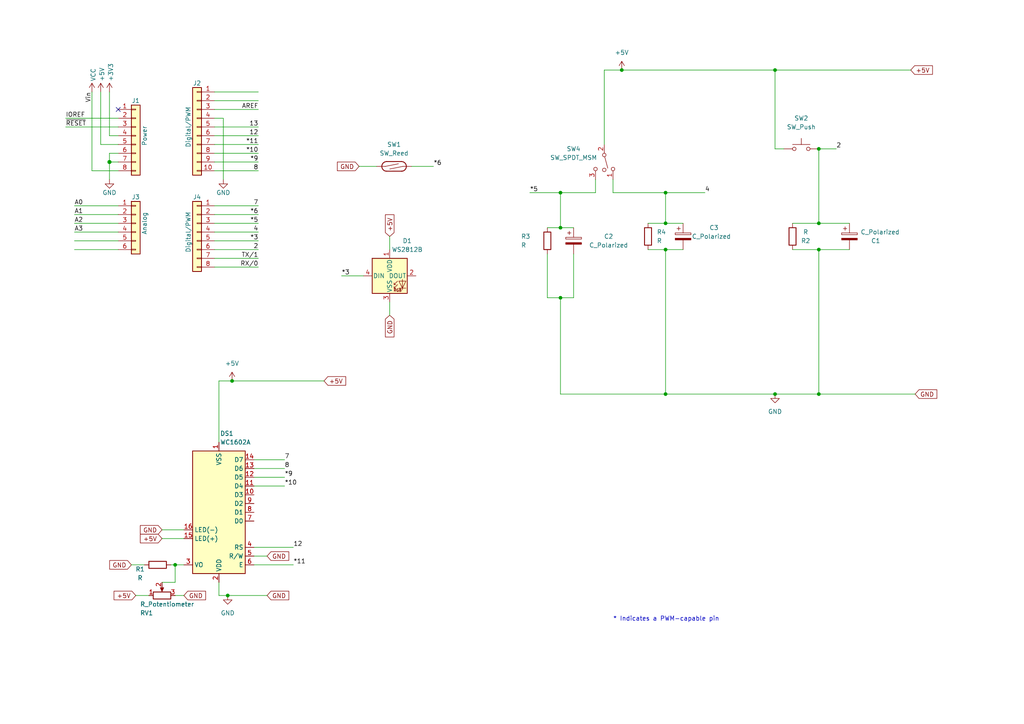
<source format=kicad_sch>
(kicad_sch (version 20230121) (generator eeschema)

  (uuid e63e39d7-6ac0-4ffd-8aa3-1841a4541b55)

  (paper "A4")

  (title_block
    (date "2023-08-15")
  )

  (lib_symbols
    (symbol "+5V_1" (power) (pin_names (offset 0)) (in_bom yes) (on_board yes)
      (property "Reference" "#PWR" (at 0 -3.81 0)
        (effects (font (size 1.27 1.27)) hide)
      )
      (property "Value" "+5V_1" (at 0 3.556 0)
        (effects (font (size 1.27 1.27)))
      )
      (property "Footprint" "" (at 0 0 0)
        (effects (font (size 1.27 1.27)) hide)
      )
      (property "Datasheet" "" (at 0 0 0)
        (effects (font (size 1.27 1.27)) hide)
      )
      (property "ki_keywords" "global power" (at 0 0 0)
        (effects (font (size 1.27 1.27)) hide)
      )
      (property "ki_description" "Power symbol creates a global label with name \"+5V\"" (at 0 0 0)
        (effects (font (size 1.27 1.27)) hide)
      )
      (symbol "+5V_1_0_1"
        (polyline
          (pts
            (xy -0.762 1.27)
            (xy 0 2.54)
          )
          (stroke (width 0) (type default))
          (fill (type none))
        )
        (polyline
          (pts
            (xy 0 0)
            (xy 0 2.54)
          )
          (stroke (width 0) (type default))
          (fill (type none))
        )
        (polyline
          (pts
            (xy 0 2.54)
            (xy 0.762 1.27)
          )
          (stroke (width 0) (type default))
          (fill (type none))
        )
      )
      (symbol "+5V_1_1_1"
        (pin power_in line (at 0 0 90) (length 0) hide
          (name "+5V" (effects (font (size 1.27 1.27))))
          (number "1" (effects (font (size 1.27 1.27))))
        )
      )
    )
    (symbol "+5V_2" (power) (pin_names (offset 0)) (in_bom yes) (on_board yes)
      (property "Reference" "#PWR" (at 0 -3.81 0)
        (effects (font (size 1.27 1.27)) hide)
      )
      (property "Value" "+5V_2" (at 0 3.556 0)
        (effects (font (size 1.27 1.27)))
      )
      (property "Footprint" "" (at 0 0 0)
        (effects (font (size 1.27 1.27)) hide)
      )
      (property "Datasheet" "" (at 0 0 0)
        (effects (font (size 1.27 1.27)) hide)
      )
      (property "ki_keywords" "global power" (at 0 0 0)
        (effects (font (size 1.27 1.27)) hide)
      )
      (property "ki_description" "Power symbol creates a global label with name \"+5V\"" (at 0 0 0)
        (effects (font (size 1.27 1.27)) hide)
      )
      (symbol "+5V_2_0_1"
        (polyline
          (pts
            (xy -0.762 1.27)
            (xy 0 2.54)
          )
          (stroke (width 0) (type default))
          (fill (type none))
        )
        (polyline
          (pts
            (xy 0 0)
            (xy 0 2.54)
          )
          (stroke (width 0) (type default))
          (fill (type none))
        )
        (polyline
          (pts
            (xy 0 2.54)
            (xy 0.762 1.27)
          )
          (stroke (width 0) (type default))
          (fill (type none))
        )
      )
      (symbol "+5V_2_1_1"
        (pin power_in line (at 0 0 90) (length 0) hide
          (name "+5V" (effects (font (size 1.27 1.27))))
          (number "1" (effects (font (size 1.27 1.27))))
        )
      )
    )
    (symbol "Connector_Generic:Conn_01x06" (pin_names (offset 1.016) hide) (in_bom yes) (on_board yes)
      (property "Reference" "J" (at 0 7.62 0)
        (effects (font (size 1.27 1.27)))
      )
      (property "Value" "Conn_01x06" (at 0 -10.16 0)
        (effects (font (size 1.27 1.27)))
      )
      (property "Footprint" "" (at 0 0 0)
        (effects (font (size 1.27 1.27)) hide)
      )
      (property "Datasheet" "~" (at 0 0 0)
        (effects (font (size 1.27 1.27)) hide)
      )
      (property "ki_keywords" "connector" (at 0 0 0)
        (effects (font (size 1.27 1.27)) hide)
      )
      (property "ki_description" "Generic connector, single row, 01x06, script generated (kicad-library-utils/schlib/autogen/connector/)" (at 0 0 0)
        (effects (font (size 1.27 1.27)) hide)
      )
      (property "ki_fp_filters" "Connector*:*_1x??_*" (at 0 0 0)
        (effects (font (size 1.27 1.27)) hide)
      )
      (symbol "Conn_01x06_1_1"
        (rectangle (start -1.27 -7.493) (end 0 -7.747)
          (stroke (width 0.1524) (type default))
          (fill (type none))
        )
        (rectangle (start -1.27 -4.953) (end 0 -5.207)
          (stroke (width 0.1524) (type default))
          (fill (type none))
        )
        (rectangle (start -1.27 -2.413) (end 0 -2.667)
          (stroke (width 0.1524) (type default))
          (fill (type none))
        )
        (rectangle (start -1.27 0.127) (end 0 -0.127)
          (stroke (width 0.1524) (type default))
          (fill (type none))
        )
        (rectangle (start -1.27 2.667) (end 0 2.413)
          (stroke (width 0.1524) (type default))
          (fill (type none))
        )
        (rectangle (start -1.27 5.207) (end 0 4.953)
          (stroke (width 0.1524) (type default))
          (fill (type none))
        )
        (rectangle (start -1.27 6.35) (end 1.27 -8.89)
          (stroke (width 0.254) (type default))
          (fill (type background))
        )
        (pin passive line (at -5.08 5.08 0) (length 3.81)
          (name "Pin_1" (effects (font (size 1.27 1.27))))
          (number "1" (effects (font (size 1.27 1.27))))
        )
        (pin passive line (at -5.08 2.54 0) (length 3.81)
          (name "Pin_2" (effects (font (size 1.27 1.27))))
          (number "2" (effects (font (size 1.27 1.27))))
        )
        (pin passive line (at -5.08 0 0) (length 3.81)
          (name "Pin_3" (effects (font (size 1.27 1.27))))
          (number "3" (effects (font (size 1.27 1.27))))
        )
        (pin passive line (at -5.08 -2.54 0) (length 3.81)
          (name "Pin_4" (effects (font (size 1.27 1.27))))
          (number "4" (effects (font (size 1.27 1.27))))
        )
        (pin passive line (at -5.08 -5.08 0) (length 3.81)
          (name "Pin_5" (effects (font (size 1.27 1.27))))
          (number "5" (effects (font (size 1.27 1.27))))
        )
        (pin passive line (at -5.08 -7.62 0) (length 3.81)
          (name "Pin_6" (effects (font (size 1.27 1.27))))
          (number "6" (effects (font (size 1.27 1.27))))
        )
      )
    )
    (symbol "Connector_Generic:Conn_01x08" (pin_names (offset 1.016) hide) (in_bom yes) (on_board yes)
      (property "Reference" "J" (at 0 10.16 0)
        (effects (font (size 1.27 1.27)))
      )
      (property "Value" "Conn_01x08" (at 0 -12.7 0)
        (effects (font (size 1.27 1.27)))
      )
      (property "Footprint" "" (at 0 0 0)
        (effects (font (size 1.27 1.27)) hide)
      )
      (property "Datasheet" "~" (at 0 0 0)
        (effects (font (size 1.27 1.27)) hide)
      )
      (property "ki_keywords" "connector" (at 0 0 0)
        (effects (font (size 1.27 1.27)) hide)
      )
      (property "ki_description" "Generic connector, single row, 01x08, script generated (kicad-library-utils/schlib/autogen/connector/)" (at 0 0 0)
        (effects (font (size 1.27 1.27)) hide)
      )
      (property "ki_fp_filters" "Connector*:*_1x??_*" (at 0 0 0)
        (effects (font (size 1.27 1.27)) hide)
      )
      (symbol "Conn_01x08_1_1"
        (rectangle (start -1.27 -10.033) (end 0 -10.287)
          (stroke (width 0.1524) (type default))
          (fill (type none))
        )
        (rectangle (start -1.27 -7.493) (end 0 -7.747)
          (stroke (width 0.1524) (type default))
          (fill (type none))
        )
        (rectangle (start -1.27 -4.953) (end 0 -5.207)
          (stroke (width 0.1524) (type default))
          (fill (type none))
        )
        (rectangle (start -1.27 -2.413) (end 0 -2.667)
          (stroke (width 0.1524) (type default))
          (fill (type none))
        )
        (rectangle (start -1.27 0.127) (end 0 -0.127)
          (stroke (width 0.1524) (type default))
          (fill (type none))
        )
        (rectangle (start -1.27 2.667) (end 0 2.413)
          (stroke (width 0.1524) (type default))
          (fill (type none))
        )
        (rectangle (start -1.27 5.207) (end 0 4.953)
          (stroke (width 0.1524) (type default))
          (fill (type none))
        )
        (rectangle (start -1.27 7.747) (end 0 7.493)
          (stroke (width 0.1524) (type default))
          (fill (type none))
        )
        (rectangle (start -1.27 8.89) (end 1.27 -11.43)
          (stroke (width 0.254) (type default))
          (fill (type background))
        )
        (pin passive line (at -5.08 7.62 0) (length 3.81)
          (name "Pin_1" (effects (font (size 1.27 1.27))))
          (number "1" (effects (font (size 1.27 1.27))))
        )
        (pin passive line (at -5.08 5.08 0) (length 3.81)
          (name "Pin_2" (effects (font (size 1.27 1.27))))
          (number "2" (effects (font (size 1.27 1.27))))
        )
        (pin passive line (at -5.08 2.54 0) (length 3.81)
          (name "Pin_3" (effects (font (size 1.27 1.27))))
          (number "3" (effects (font (size 1.27 1.27))))
        )
        (pin passive line (at -5.08 0 0) (length 3.81)
          (name "Pin_4" (effects (font (size 1.27 1.27))))
          (number "4" (effects (font (size 1.27 1.27))))
        )
        (pin passive line (at -5.08 -2.54 0) (length 3.81)
          (name "Pin_5" (effects (font (size 1.27 1.27))))
          (number "5" (effects (font (size 1.27 1.27))))
        )
        (pin passive line (at -5.08 -5.08 0) (length 3.81)
          (name "Pin_6" (effects (font (size 1.27 1.27))))
          (number "6" (effects (font (size 1.27 1.27))))
        )
        (pin passive line (at -5.08 -7.62 0) (length 3.81)
          (name "Pin_7" (effects (font (size 1.27 1.27))))
          (number "7" (effects (font (size 1.27 1.27))))
        )
        (pin passive line (at -5.08 -10.16 0) (length 3.81)
          (name "Pin_8" (effects (font (size 1.27 1.27))))
          (number "8" (effects (font (size 1.27 1.27))))
        )
      )
    )
    (symbol "Connector_Generic:Conn_01x10" (pin_names (offset 1.016) hide) (in_bom yes) (on_board yes)
      (property "Reference" "J" (at 0 12.7 0)
        (effects (font (size 1.27 1.27)))
      )
      (property "Value" "Conn_01x10" (at 0 -15.24 0)
        (effects (font (size 1.27 1.27)))
      )
      (property "Footprint" "" (at 0 0 0)
        (effects (font (size 1.27 1.27)) hide)
      )
      (property "Datasheet" "~" (at 0 0 0)
        (effects (font (size 1.27 1.27)) hide)
      )
      (property "ki_keywords" "connector" (at 0 0 0)
        (effects (font (size 1.27 1.27)) hide)
      )
      (property "ki_description" "Generic connector, single row, 01x10, script generated (kicad-library-utils/schlib/autogen/connector/)" (at 0 0 0)
        (effects (font (size 1.27 1.27)) hide)
      )
      (property "ki_fp_filters" "Connector*:*_1x??_*" (at 0 0 0)
        (effects (font (size 1.27 1.27)) hide)
      )
      (symbol "Conn_01x10_1_1"
        (rectangle (start -1.27 -12.573) (end 0 -12.827)
          (stroke (width 0.1524) (type default))
          (fill (type none))
        )
        (rectangle (start -1.27 -10.033) (end 0 -10.287)
          (stroke (width 0.1524) (type default))
          (fill (type none))
        )
        (rectangle (start -1.27 -7.493) (end 0 -7.747)
          (stroke (width 0.1524) (type default))
          (fill (type none))
        )
        (rectangle (start -1.27 -4.953) (end 0 -5.207)
          (stroke (width 0.1524) (type default))
          (fill (type none))
        )
        (rectangle (start -1.27 -2.413) (end 0 -2.667)
          (stroke (width 0.1524) (type default))
          (fill (type none))
        )
        (rectangle (start -1.27 0.127) (end 0 -0.127)
          (stroke (width 0.1524) (type default))
          (fill (type none))
        )
        (rectangle (start -1.27 2.667) (end 0 2.413)
          (stroke (width 0.1524) (type default))
          (fill (type none))
        )
        (rectangle (start -1.27 5.207) (end 0 4.953)
          (stroke (width 0.1524) (type default))
          (fill (type none))
        )
        (rectangle (start -1.27 7.747) (end 0 7.493)
          (stroke (width 0.1524) (type default))
          (fill (type none))
        )
        (rectangle (start -1.27 10.287) (end 0 10.033)
          (stroke (width 0.1524) (type default))
          (fill (type none))
        )
        (rectangle (start -1.27 11.43) (end 1.27 -13.97)
          (stroke (width 0.254) (type default))
          (fill (type background))
        )
        (pin passive line (at -5.08 10.16 0) (length 3.81)
          (name "Pin_1" (effects (font (size 1.27 1.27))))
          (number "1" (effects (font (size 1.27 1.27))))
        )
        (pin passive line (at -5.08 -12.7 0) (length 3.81)
          (name "Pin_10" (effects (font (size 1.27 1.27))))
          (number "10" (effects (font (size 1.27 1.27))))
        )
        (pin passive line (at -5.08 7.62 0) (length 3.81)
          (name "Pin_2" (effects (font (size 1.27 1.27))))
          (number "2" (effects (font (size 1.27 1.27))))
        )
        (pin passive line (at -5.08 5.08 0) (length 3.81)
          (name "Pin_3" (effects (font (size 1.27 1.27))))
          (number "3" (effects (font (size 1.27 1.27))))
        )
        (pin passive line (at -5.08 2.54 0) (length 3.81)
          (name "Pin_4" (effects (font (size 1.27 1.27))))
          (number "4" (effects (font (size 1.27 1.27))))
        )
        (pin passive line (at -5.08 0 0) (length 3.81)
          (name "Pin_5" (effects (font (size 1.27 1.27))))
          (number "5" (effects (font (size 1.27 1.27))))
        )
        (pin passive line (at -5.08 -2.54 0) (length 3.81)
          (name "Pin_6" (effects (font (size 1.27 1.27))))
          (number "6" (effects (font (size 1.27 1.27))))
        )
        (pin passive line (at -5.08 -5.08 0) (length 3.81)
          (name "Pin_7" (effects (font (size 1.27 1.27))))
          (number "7" (effects (font (size 1.27 1.27))))
        )
        (pin passive line (at -5.08 -7.62 0) (length 3.81)
          (name "Pin_8" (effects (font (size 1.27 1.27))))
          (number "8" (effects (font (size 1.27 1.27))))
        )
        (pin passive line (at -5.08 -10.16 0) (length 3.81)
          (name "Pin_9" (effects (font (size 1.27 1.27))))
          (number "9" (effects (font (size 1.27 1.27))))
        )
      )
    )
    (symbol "Device:C_Polarized" (pin_numbers hide) (pin_names (offset 0.254)) (in_bom yes) (on_board yes)
      (property "Reference" "C" (at 0.635 2.54 0)
        (effects (font (size 1.27 1.27)) (justify left))
      )
      (property "Value" "C_Polarized" (at 0.635 -2.54 0)
        (effects (font (size 1.27 1.27)) (justify left))
      )
      (property "Footprint" "" (at 0.9652 -3.81 0)
        (effects (font (size 1.27 1.27)) hide)
      )
      (property "Datasheet" "~" (at 0 0 0)
        (effects (font (size 1.27 1.27)) hide)
      )
      (property "ki_keywords" "cap capacitor" (at 0 0 0)
        (effects (font (size 1.27 1.27)) hide)
      )
      (property "ki_description" "Polarized capacitor" (at 0 0 0)
        (effects (font (size 1.27 1.27)) hide)
      )
      (property "ki_fp_filters" "CP_*" (at 0 0 0)
        (effects (font (size 1.27 1.27)) hide)
      )
      (symbol "C_Polarized_0_1"
        (rectangle (start -2.286 0.508) (end 2.286 1.016)
          (stroke (width 0) (type default))
          (fill (type none))
        )
        (polyline
          (pts
            (xy -1.778 2.286)
            (xy -0.762 2.286)
          )
          (stroke (width 0) (type default))
          (fill (type none))
        )
        (polyline
          (pts
            (xy -1.27 2.794)
            (xy -1.27 1.778)
          )
          (stroke (width 0) (type default))
          (fill (type none))
        )
        (rectangle (start 2.286 -0.508) (end -2.286 -1.016)
          (stroke (width 0) (type default))
          (fill (type outline))
        )
      )
      (symbol "C_Polarized_1_1"
        (pin passive line (at 0 3.81 270) (length 2.794)
          (name "~" (effects (font (size 1.27 1.27))))
          (number "1" (effects (font (size 1.27 1.27))))
        )
        (pin passive line (at 0 -3.81 90) (length 2.794)
          (name "~" (effects (font (size 1.27 1.27))))
          (number "2" (effects (font (size 1.27 1.27))))
        )
      )
    )
    (symbol "Device:R" (pin_numbers hide) (pin_names (offset 0)) (in_bom yes) (on_board yes)
      (property "Reference" "R" (at 2.032 0 90)
        (effects (font (size 1.27 1.27)))
      )
      (property "Value" "R" (at 0 0 90)
        (effects (font (size 1.27 1.27)))
      )
      (property "Footprint" "" (at -1.778 0 90)
        (effects (font (size 1.27 1.27)) hide)
      )
      (property "Datasheet" "~" (at 0 0 0)
        (effects (font (size 1.27 1.27)) hide)
      )
      (property "ki_keywords" "R res resistor" (at 0 0 0)
        (effects (font (size 1.27 1.27)) hide)
      )
      (property "ki_description" "Resistor" (at 0 0 0)
        (effects (font (size 1.27 1.27)) hide)
      )
      (property "ki_fp_filters" "R_*" (at 0 0 0)
        (effects (font (size 1.27 1.27)) hide)
      )
      (symbol "R_0_1"
        (rectangle (start -1.016 -2.54) (end 1.016 2.54)
          (stroke (width 0.254) (type default))
          (fill (type none))
        )
      )
      (symbol "R_1_1"
        (pin passive line (at 0 3.81 270) (length 1.27)
          (name "~" (effects (font (size 1.27 1.27))))
          (number "1" (effects (font (size 1.27 1.27))))
        )
        (pin passive line (at 0 -3.81 90) (length 1.27)
          (name "~" (effects (font (size 1.27 1.27))))
          (number "2" (effects (font (size 1.27 1.27))))
        )
      )
    )
    (symbol "Device:R_Potentiometer" (pin_names (offset 1.016) hide) (in_bom yes) (on_board yes)
      (property "Reference" "RV" (at -4.445 0 90)
        (effects (font (size 1.27 1.27)))
      )
      (property "Value" "R_Potentiometer" (at -2.54 0 90)
        (effects (font (size 1.27 1.27)))
      )
      (property "Footprint" "" (at 0 0 0)
        (effects (font (size 1.27 1.27)) hide)
      )
      (property "Datasheet" "~" (at 0 0 0)
        (effects (font (size 1.27 1.27)) hide)
      )
      (property "ki_keywords" "resistor variable" (at 0 0 0)
        (effects (font (size 1.27 1.27)) hide)
      )
      (property "ki_description" "Potentiometer" (at 0 0 0)
        (effects (font (size 1.27 1.27)) hide)
      )
      (property "ki_fp_filters" "Potentiometer*" (at 0 0 0)
        (effects (font (size 1.27 1.27)) hide)
      )
      (symbol "R_Potentiometer_0_1"
        (polyline
          (pts
            (xy 2.54 0)
            (xy 1.524 0)
          )
          (stroke (width 0) (type default))
          (fill (type none))
        )
        (polyline
          (pts
            (xy 1.143 0)
            (xy 2.286 0.508)
            (xy 2.286 -0.508)
            (xy 1.143 0)
          )
          (stroke (width 0) (type default))
          (fill (type outline))
        )
        (rectangle (start 1.016 2.54) (end -1.016 -2.54)
          (stroke (width 0.254) (type default))
          (fill (type none))
        )
      )
      (symbol "R_Potentiometer_1_1"
        (pin passive line (at 0 3.81 270) (length 1.27)
          (name "1" (effects (font (size 1.27 1.27))))
          (number "1" (effects (font (size 1.27 1.27))))
        )
        (pin passive line (at 3.81 0 180) (length 1.27)
          (name "2" (effects (font (size 1.27 1.27))))
          (number "2" (effects (font (size 1.27 1.27))))
        )
        (pin passive line (at 0 -3.81 90) (length 1.27)
          (name "3" (effects (font (size 1.27 1.27))))
          (number "3" (effects (font (size 1.27 1.27))))
        )
      )
    )
    (symbol "Display_Character:WC1602A" (in_bom yes) (on_board yes)
      (property "Reference" "DS" (at -5.842 19.05 0)
        (effects (font (size 1.27 1.27)))
      )
      (property "Value" "WC1602A" (at 5.334 19.05 0)
        (effects (font (size 1.27 1.27)))
      )
      (property "Footprint" "Display:WC1602A" (at 0 -22.86 0)
        (effects (font (size 1.27 1.27) italic) hide)
      )
      (property "Datasheet" "http://www.wincomlcd.com/pdf/WC1602A-SFYLYHTC06.pdf" (at 17.78 0 0)
        (effects (font (size 1.27 1.27)) hide)
      )
      (property "ki_keywords" "display LCD dot-matrix" (at 0 0 0)
        (effects (font (size 1.27 1.27)) hide)
      )
      (property "ki_description" "LCD 16x2 Alphanumeric , 8 bit parallel bus, 5V VDD" (at 0 0 0)
        (effects (font (size 1.27 1.27)) hide)
      )
      (property "ki_fp_filters" "*WC*1602A*" (at 0 0 0)
        (effects (font (size 1.27 1.27)) hide)
      )
      (symbol "WC1602A_1_1"
        (rectangle (start -7.62 17.78) (end 7.62 -17.78)
          (stroke (width 0.254) (type default))
          (fill (type background))
        )
        (pin power_in line (at 0 -20.32 90) (length 2.54)
          (name "VSS" (effects (font (size 1.27 1.27))))
          (number "1" (effects (font (size 1.27 1.27))))
        )
        (pin input line (at -10.16 -5.08 0) (length 2.54)
          (name "D3" (effects (font (size 1.27 1.27))))
          (number "10" (effects (font (size 1.27 1.27))))
        )
        (pin input line (at -10.16 -7.62 0) (length 2.54)
          (name "D4" (effects (font (size 1.27 1.27))))
          (number "11" (effects (font (size 1.27 1.27))))
        )
        (pin input line (at -10.16 -10.16 0) (length 2.54)
          (name "D5" (effects (font (size 1.27 1.27))))
          (number "12" (effects (font (size 1.27 1.27))))
        )
        (pin input line (at -10.16 -12.7 0) (length 2.54)
          (name "D6" (effects (font (size 1.27 1.27))))
          (number "13" (effects (font (size 1.27 1.27))))
        )
        (pin input line (at -10.16 -15.24 0) (length 2.54)
          (name "D7" (effects (font (size 1.27 1.27))))
          (number "14" (effects (font (size 1.27 1.27))))
        )
        (pin power_in line (at 10.16 7.62 180) (length 2.54)
          (name "LED(+)" (effects (font (size 1.27 1.27))))
          (number "15" (effects (font (size 1.27 1.27))))
        )
        (pin power_in line (at 10.16 5.08 180) (length 2.54)
          (name "LED(-)" (effects (font (size 1.27 1.27))))
          (number "16" (effects (font (size 1.27 1.27))))
        )
        (pin power_in line (at 0 20.32 270) (length 2.54)
          (name "VDD" (effects (font (size 1.27 1.27))))
          (number "2" (effects (font (size 1.27 1.27))))
        )
        (pin input line (at 10.16 15.24 180) (length 2.54)
          (name "VO" (effects (font (size 1.27 1.27))))
          (number "3" (effects (font (size 1.27 1.27))))
        )
        (pin input line (at -10.16 10.16 0) (length 2.54)
          (name "RS" (effects (font (size 1.27 1.27))))
          (number "4" (effects (font (size 1.27 1.27))))
        )
        (pin input line (at -10.16 12.7 0) (length 2.54)
          (name "R/W" (effects (font (size 1.27 1.27))))
          (number "5" (effects (font (size 1.27 1.27))))
        )
        (pin input line (at -10.16 15.24 0) (length 2.54)
          (name "E" (effects (font (size 1.27 1.27))))
          (number "6" (effects (font (size 1.27 1.27))))
        )
        (pin input line (at -10.16 2.54 0) (length 2.54)
          (name "D0" (effects (font (size 1.27 1.27))))
          (number "7" (effects (font (size 1.27 1.27))))
        )
        (pin input line (at -10.16 0 0) (length 2.54)
          (name "D1" (effects (font (size 1.27 1.27))))
          (number "8" (effects (font (size 1.27 1.27))))
        )
        (pin input line (at -10.16 -2.54 0) (length 2.54)
          (name "D2" (effects (font (size 1.27 1.27))))
          (number "9" (effects (font (size 1.27 1.27))))
        )
      )
    )
    (symbol "GND_1" (power) (pin_names (offset 0)) (in_bom yes) (on_board yes)
      (property "Reference" "#PWR" (at 0 -6.35 0)
        (effects (font (size 1.27 1.27)) hide)
      )
      (property "Value" "GND_1" (at 0 -3.81 0)
        (effects (font (size 1.27 1.27)))
      )
      (property "Footprint" "" (at 0 0 0)
        (effects (font (size 1.27 1.27)) hide)
      )
      (property "Datasheet" "" (at 0 0 0)
        (effects (font (size 1.27 1.27)) hide)
      )
      (property "ki_keywords" "global power" (at 0 0 0)
        (effects (font (size 1.27 1.27)) hide)
      )
      (property "ki_description" "Power symbol creates a global label with name \"GND\" , ground" (at 0 0 0)
        (effects (font (size 1.27 1.27)) hide)
      )
      (symbol "GND_1_0_1"
        (polyline
          (pts
            (xy 0 0)
            (xy 0 -1.27)
            (xy 1.27 -1.27)
            (xy 0 -2.54)
            (xy -1.27 -1.27)
            (xy 0 -1.27)
          )
          (stroke (width 0) (type default))
          (fill (type none))
        )
      )
      (symbol "GND_1_1_1"
        (pin power_in line (at 0 0 270) (length 0) hide
          (name "GND" (effects (font (size 1.27 1.27))))
          (number "1" (effects (font (size 1.27 1.27))))
        )
      )
    )
    (symbol "GND_2" (power) (pin_names (offset 0)) (in_bom yes) (on_board yes)
      (property "Reference" "#PWR" (at 0 -6.35 0)
        (effects (font (size 1.27 1.27)) hide)
      )
      (property "Value" "GND_2" (at 0 -3.81 0)
        (effects (font (size 1.27 1.27)))
      )
      (property "Footprint" "" (at 0 0 0)
        (effects (font (size 1.27 1.27)) hide)
      )
      (property "Datasheet" "" (at 0 0 0)
        (effects (font (size 1.27 1.27)) hide)
      )
      (property "ki_keywords" "global power" (at 0 0 0)
        (effects (font (size 1.27 1.27)) hide)
      )
      (property "ki_description" "Power symbol creates a global label with name \"GND\" , ground" (at 0 0 0)
        (effects (font (size 1.27 1.27)) hide)
      )
      (symbol "GND_2_0_1"
        (polyline
          (pts
            (xy 0 0)
            (xy 0 -1.27)
            (xy 1.27 -1.27)
            (xy 0 -2.54)
            (xy -1.27 -1.27)
            (xy 0 -1.27)
          )
          (stroke (width 0) (type default))
          (fill (type none))
        )
      )
      (symbol "GND_2_1_1"
        (pin power_in line (at 0 0 270) (length 0) hide
          (name "GND" (effects (font (size 1.27 1.27))))
          (number "1" (effects (font (size 1.27 1.27))))
        )
      )
    )
    (symbol "LED:WS2812B" (pin_names (offset 0.254)) (in_bom yes) (on_board yes)
      (property "Reference" "D" (at 5.08 5.715 0)
        (effects (font (size 1.27 1.27)) (justify right bottom))
      )
      (property "Value" "WS2812B" (at 1.27 -5.715 0)
        (effects (font (size 1.27 1.27)) (justify left top))
      )
      (property "Footprint" "LED_SMD:LED_WS2812B_PLCC4_5.0x5.0mm_P3.2mm" (at 1.27 -7.62 0)
        (effects (font (size 1.27 1.27)) (justify left top) hide)
      )
      (property "Datasheet" "https://cdn-shop.adafruit.com/datasheets/WS2812B.pdf" (at 2.54 -9.525 0)
        (effects (font (size 1.27 1.27)) (justify left top) hide)
      )
      (property "ki_keywords" "RGB LED NeoPixel addressable" (at 0 0 0)
        (effects (font (size 1.27 1.27)) hide)
      )
      (property "ki_description" "RGB LED with integrated controller" (at 0 0 0)
        (effects (font (size 1.27 1.27)) hide)
      )
      (property "ki_fp_filters" "LED*WS2812*PLCC*5.0x5.0mm*P3.2mm*" (at 0 0 0)
        (effects (font (size 1.27 1.27)) hide)
      )
      (symbol "WS2812B_0_0"
        (text "RGB" (at 2.286 -4.191 0)
          (effects (font (size 0.762 0.762)))
        )
      )
      (symbol "WS2812B_0_1"
        (polyline
          (pts
            (xy 1.27 -3.556)
            (xy 1.778 -3.556)
          )
          (stroke (width 0) (type default))
          (fill (type none))
        )
        (polyline
          (pts
            (xy 1.27 -2.54)
            (xy 1.778 -2.54)
          )
          (stroke (width 0) (type default))
          (fill (type none))
        )
        (polyline
          (pts
            (xy 4.699 -3.556)
            (xy 2.667 -3.556)
          )
          (stroke (width 0) (type default))
          (fill (type none))
        )
        (polyline
          (pts
            (xy 2.286 -2.54)
            (xy 1.27 -3.556)
            (xy 1.27 -3.048)
          )
          (stroke (width 0) (type default))
          (fill (type none))
        )
        (polyline
          (pts
            (xy 2.286 -1.524)
            (xy 1.27 -2.54)
            (xy 1.27 -2.032)
          )
          (stroke (width 0) (type default))
          (fill (type none))
        )
        (polyline
          (pts
            (xy 3.683 -1.016)
            (xy 3.683 -3.556)
            (xy 3.683 -4.064)
          )
          (stroke (width 0) (type default))
          (fill (type none))
        )
        (polyline
          (pts
            (xy 4.699 -1.524)
            (xy 2.667 -1.524)
            (xy 3.683 -3.556)
            (xy 4.699 -1.524)
          )
          (stroke (width 0) (type default))
          (fill (type none))
        )
        (rectangle (start 5.08 5.08) (end -5.08 -5.08)
          (stroke (width 0.254) (type default))
          (fill (type background))
        )
      )
      (symbol "WS2812B_1_1"
        (pin power_in line (at 0 7.62 270) (length 2.54)
          (name "VDD" (effects (font (size 1.27 1.27))))
          (number "1" (effects (font (size 1.27 1.27))))
        )
        (pin output line (at 7.62 0 180) (length 2.54)
          (name "DOUT" (effects (font (size 1.27 1.27))))
          (number "2" (effects (font (size 1.27 1.27))))
        )
        (pin power_in line (at 0 -7.62 90) (length 2.54)
          (name "VSS" (effects (font (size 1.27 1.27))))
          (number "3" (effects (font (size 1.27 1.27))))
        )
        (pin input line (at -7.62 0 0) (length 2.54)
          (name "DIN" (effects (font (size 1.27 1.27))))
          (number "4" (effects (font (size 1.27 1.27))))
        )
      )
    )
    (symbol "Switch:SW_Push" (pin_numbers hide) (pin_names (offset 1.016) hide) (in_bom yes) (on_board yes)
      (property "Reference" "SW" (at 1.27 2.54 0)
        (effects (font (size 1.27 1.27)) (justify left))
      )
      (property "Value" "SW_Push" (at 0 -1.524 0)
        (effects (font (size 1.27 1.27)))
      )
      (property "Footprint" "" (at 0 5.08 0)
        (effects (font (size 1.27 1.27)) hide)
      )
      (property "Datasheet" "~" (at 0 5.08 0)
        (effects (font (size 1.27 1.27)) hide)
      )
      (property "ki_keywords" "switch normally-open pushbutton push-button" (at 0 0 0)
        (effects (font (size 1.27 1.27)) hide)
      )
      (property "ki_description" "Push button switch, generic, two pins" (at 0 0 0)
        (effects (font (size 1.27 1.27)) hide)
      )
      (symbol "SW_Push_0_1"
        (circle (center -2.032 0) (radius 0.508)
          (stroke (width 0) (type default))
          (fill (type none))
        )
        (polyline
          (pts
            (xy 0 1.27)
            (xy 0 3.048)
          )
          (stroke (width 0) (type default))
          (fill (type none))
        )
        (polyline
          (pts
            (xy 2.54 1.27)
            (xy -2.54 1.27)
          )
          (stroke (width 0) (type default))
          (fill (type none))
        )
        (circle (center 2.032 0) (radius 0.508)
          (stroke (width 0) (type default))
          (fill (type none))
        )
        (pin passive line (at -5.08 0 0) (length 2.54)
          (name "1" (effects (font (size 1.27 1.27))))
          (number "1" (effects (font (size 1.27 1.27))))
        )
        (pin passive line (at 5.08 0 180) (length 2.54)
          (name "2" (effects (font (size 1.27 1.27))))
          (number "2" (effects (font (size 1.27 1.27))))
        )
      )
    )
    (symbol "Switch:SW_Reed" (pin_numbers hide) (pin_names (offset 0) hide) (in_bom yes) (on_board yes)
      (property "Reference" "SW" (at 0 2.54 0)
        (effects (font (size 1.27 1.27)))
      )
      (property "Value" "SW_Reed" (at 0 -2.54 0)
        (effects (font (size 1.27 1.27)))
      )
      (property "Footprint" "" (at 0 0 0)
        (effects (font (size 1.27 1.27)) hide)
      )
      (property "Datasheet" "~" (at 0 0 0)
        (effects (font (size 1.27 1.27)) hide)
      )
      (property "ki_keywords" "reed magnetic switch" (at 0 0 0)
        (effects (font (size 1.27 1.27)) hide)
      )
      (property "ki_description" "reed switch" (at 0 0 0)
        (effects (font (size 1.27 1.27)) hide)
      )
      (symbol "SW_Reed_0_0"
        (arc (start -2.159 1.397) (mid -3.55 0) (end -2.159 -1.397)
          (stroke (width 0.254) (type default))
          (fill (type none))
        )
        (polyline
          (pts
            (xy -2.54 0)
            (xy 1.27 0.762)
          )
          (stroke (width 0) (type default))
          (fill (type none))
        )
        (polyline
          (pts
            (xy -2.159 -1.397)
            (xy 2.286 -1.397)
          )
          (stroke (width 0.254) (type default))
          (fill (type none))
        )
        (polyline
          (pts
            (xy 2.159 1.397)
            (xy -2.159 1.397)
          )
          (stroke (width 0.254) (type default))
          (fill (type none))
        )
        (polyline
          (pts
            (xy 2.54 0)
            (xy -1.27 -0.762)
          )
          (stroke (width 0) (type default))
          (fill (type none))
        )
        (arc (start 2.159 -1.397) (mid 3.55 0) (end 2.159 1.397)
          (stroke (width 0.254) (type default))
          (fill (type none))
        )
      )
      (symbol "SW_Reed_1_1"
        (pin passive line (at -5.08 0 0) (length 2.54)
          (name "1" (effects (font (size 1.27 1.27))))
          (number "1" (effects (font (size 1.27 1.27))))
        )
        (pin passive line (at 5.08 0 180) (length 2.54)
          (name "2" (effects (font (size 1.27 1.27))))
          (number "2" (effects (font (size 1.27 1.27))))
        )
      )
    )
    (symbol "Switch:SW_SPDT_MSM" (pin_names (offset 0) hide) (in_bom yes) (on_board yes)
      (property "Reference" "SW" (at 0 5.08 0)
        (effects (font (size 1.27 1.27)))
      )
      (property "Value" "SW_SPDT_MSM" (at 0 -5.08 0)
        (effects (font (size 1.27 1.27)))
      )
      (property "Footprint" "" (at 0 0 0)
        (effects (font (size 1.27 1.27)) hide)
      )
      (property "Datasheet" "~" (at 0 0 0)
        (effects (font (size 1.27 1.27)) hide)
      )
      (property "ki_keywords" "switch spdt single-pole double-throw ON-OFF-ON" (at 0 0 0)
        (effects (font (size 1.27 1.27)) hide)
      )
      (property "ki_description" "Switch, single pole double throw, center OFF position" (at 0 0 0)
        (effects (font (size 1.27 1.27)) hide)
      )
      (symbol "SW_SPDT_MSM_0_0"
        (circle (center -2.032 0) (radius 0.508)
          (stroke (width 0) (type default))
          (fill (type none))
        )
        (polyline
          (pts
            (xy -1.524 0.127)
            (xy 1.778 1.016)
          )
          (stroke (width 0) (type default))
          (fill (type none))
        )
        (circle (center 2.032 -2.54) (radius 0.508)
          (stroke (width 0) (type default))
          (fill (type none))
        )
      )
      (symbol "SW_SPDT_MSM_0_1"
        (circle (center 2.032 2.54) (radius 0.508)
          (stroke (width 0) (type default))
          (fill (type none))
        )
        (circle (center 2.286 0) (radius 0.508)
          (stroke (width 0) (type default))
          (fill (type none))
        )
      )
      (symbol "SW_SPDT_MSM_1_1"
        (pin passive line (at 5.08 2.54 180) (length 2.54)
          (name "1" (effects (font (size 1.27 1.27))))
          (number "1" (effects (font (size 1.27 1.27))))
        )
        (pin passive line (at -5.08 0 0) (length 2.54)
          (name "2" (effects (font (size 1.27 1.27))))
          (number "2" (effects (font (size 1.27 1.27))))
        )
        (pin passive line (at 5.08 -2.54 180) (length 2.54)
          (name "3" (effects (font (size 1.27 1.27))))
          (number "3" (effects (font (size 1.27 1.27))))
        )
      )
    )
    (symbol "power:+3V3" (power) (pin_names (offset 0)) (in_bom yes) (on_board yes)
      (property "Reference" "#PWR" (at 0 -3.81 0)
        (effects (font (size 1.27 1.27)) hide)
      )
      (property "Value" "+3V3" (at 0 3.556 0)
        (effects (font (size 1.27 1.27)))
      )
      (property "Footprint" "" (at 0 0 0)
        (effects (font (size 1.27 1.27)) hide)
      )
      (property "Datasheet" "" (at 0 0 0)
        (effects (font (size 1.27 1.27)) hide)
      )
      (property "ki_keywords" "power-flag" (at 0 0 0)
        (effects (font (size 1.27 1.27)) hide)
      )
      (property "ki_description" "Power symbol creates a global label with name \"+3V3\"" (at 0 0 0)
        (effects (font (size 1.27 1.27)) hide)
      )
      (symbol "+3V3_0_1"
        (polyline
          (pts
            (xy -0.762 1.27)
            (xy 0 2.54)
          )
          (stroke (width 0) (type default))
          (fill (type none))
        )
        (polyline
          (pts
            (xy 0 0)
            (xy 0 2.54)
          )
          (stroke (width 0) (type default))
          (fill (type none))
        )
        (polyline
          (pts
            (xy 0 2.54)
            (xy 0.762 1.27)
          )
          (stroke (width 0) (type default))
          (fill (type none))
        )
      )
      (symbol "+3V3_1_1"
        (pin power_in line (at 0 0 90) (length 0) hide
          (name "+3V3" (effects (font (size 1.27 1.27))))
          (number "1" (effects (font (size 1.27 1.27))))
        )
      )
    )
    (symbol "power:+5V" (power) (pin_names (offset 0)) (in_bom yes) (on_board yes)
      (property "Reference" "#PWR" (at 0 -3.81 0)
        (effects (font (size 1.27 1.27)) hide)
      )
      (property "Value" "+5V" (at 0 3.556 0)
        (effects (font (size 1.27 1.27)))
      )
      (property "Footprint" "" (at 0 0 0)
        (effects (font (size 1.27 1.27)) hide)
      )
      (property "Datasheet" "" (at 0 0 0)
        (effects (font (size 1.27 1.27)) hide)
      )
      (property "ki_keywords" "power-flag" (at 0 0 0)
        (effects (font (size 1.27 1.27)) hide)
      )
      (property "ki_description" "Power symbol creates a global label with name \"+5V\"" (at 0 0 0)
        (effects (font (size 1.27 1.27)) hide)
      )
      (symbol "+5V_0_1"
        (polyline
          (pts
            (xy -0.762 1.27)
            (xy 0 2.54)
          )
          (stroke (width 0) (type default))
          (fill (type none))
        )
        (polyline
          (pts
            (xy 0 0)
            (xy 0 2.54)
          )
          (stroke (width 0) (type default))
          (fill (type none))
        )
        (polyline
          (pts
            (xy 0 2.54)
            (xy 0.762 1.27)
          )
          (stroke (width 0) (type default))
          (fill (type none))
        )
      )
      (symbol "+5V_1_1"
        (pin power_in line (at 0 0 90) (length 0) hide
          (name "+5V" (effects (font (size 1.27 1.27))))
          (number "1" (effects (font (size 1.27 1.27))))
        )
      )
    )
    (symbol "power:GND" (power) (pin_names (offset 0)) (in_bom yes) (on_board yes)
      (property "Reference" "#PWR" (at 0 -6.35 0)
        (effects (font (size 1.27 1.27)) hide)
      )
      (property "Value" "GND" (at 0 -3.81 0)
        (effects (font (size 1.27 1.27)))
      )
      (property "Footprint" "" (at 0 0 0)
        (effects (font (size 1.27 1.27)) hide)
      )
      (property "Datasheet" "" (at 0 0 0)
        (effects (font (size 1.27 1.27)) hide)
      )
      (property "ki_keywords" "power-flag" (at 0 0 0)
        (effects (font (size 1.27 1.27)) hide)
      )
      (property "ki_description" "Power symbol creates a global label with name \"GND\" , ground" (at 0 0 0)
        (effects (font (size 1.27 1.27)) hide)
      )
      (symbol "GND_0_1"
        (polyline
          (pts
            (xy 0 0)
            (xy 0 -1.27)
            (xy 1.27 -1.27)
            (xy 0 -2.54)
            (xy -1.27 -1.27)
            (xy 0 -1.27)
          )
          (stroke (width 0) (type default))
          (fill (type none))
        )
      )
      (symbol "GND_1_1"
        (pin power_in line (at 0 0 270) (length 0) hide
          (name "GND" (effects (font (size 1.27 1.27))))
          (number "1" (effects (font (size 1.27 1.27))))
        )
      )
    )
    (symbol "power:VCC" (power) (pin_names (offset 0)) (in_bom yes) (on_board yes)
      (property "Reference" "#PWR" (at 0 -3.81 0)
        (effects (font (size 1.27 1.27)) hide)
      )
      (property "Value" "VCC" (at 0 3.81 0)
        (effects (font (size 1.27 1.27)))
      )
      (property "Footprint" "" (at 0 0 0)
        (effects (font (size 1.27 1.27)) hide)
      )
      (property "Datasheet" "" (at 0 0 0)
        (effects (font (size 1.27 1.27)) hide)
      )
      (property "ki_keywords" "power-flag" (at 0 0 0)
        (effects (font (size 1.27 1.27)) hide)
      )
      (property "ki_description" "Power symbol creates a global label with name \"VCC\"" (at 0 0 0)
        (effects (font (size 1.27 1.27)) hide)
      )
      (symbol "VCC_0_1"
        (polyline
          (pts
            (xy -0.762 1.27)
            (xy 0 2.54)
          )
          (stroke (width 0) (type default))
          (fill (type none))
        )
        (polyline
          (pts
            (xy 0 0)
            (xy 0 2.54)
          )
          (stroke (width 0) (type default))
          (fill (type none))
        )
        (polyline
          (pts
            (xy 0 2.54)
            (xy 0.762 1.27)
          )
          (stroke (width 0) (type default))
          (fill (type none))
        )
      )
      (symbol "VCC_1_1"
        (pin power_in line (at 0 0 90) (length 0) hide
          (name "VCC" (effects (font (size 1.27 1.27))))
          (number "1" (effects (font (size 1.27 1.27))))
        )
      )
    )
  )

  (junction (at 193.04 64.77) (diameter 0) (color 0 0 0 0)
    (uuid 1323211a-0b49-4506-bc35-b4d96ce2f9e5)
  )
  (junction (at 237.49 114.3) (diameter 0) (color 0 0 0 0)
    (uuid 19cab977-7808-424d-853a-79a2fe2cc788)
  )
  (junction (at 31.75 46.99) (diameter 1.016) (color 0 0 0 0)
    (uuid 3dcc657b-55a1-48e0-9667-e01e7b6b08b5)
  )
  (junction (at 66.04 172.72) (diameter 0) (color 0 0 0 0)
    (uuid 4b3e90c9-67f2-4d65-ab85-73724d5d53a0)
  )
  (junction (at 67.31 110.49) (diameter 0) (color 0 0 0 0)
    (uuid 587ecc8d-fce2-48ef-8480-1166ebc7f011)
  )
  (junction (at 224.79 20.32) (diameter 0) (color 0 0 0 0)
    (uuid 5a908983-cedb-4dbf-baad-df17e2f6cecb)
  )
  (junction (at 162.56 86.36) (diameter 0) (color 0 0 0 0)
    (uuid 65b99c8a-fe06-4817-99f0-f5f2467f9c82)
  )
  (junction (at 180.34 20.32) (diameter 0) (color 0 0 0 0)
    (uuid 6acf7067-fc09-4425-840a-fb9a8c6258d0)
  )
  (junction (at 237.49 43.18) (diameter 0) (color 0 0 0 0)
    (uuid 7aaede8e-68ee-4f5c-b20a-a6243a034d88)
  )
  (junction (at 162.56 55.88) (diameter 0) (color 0 0 0 0)
    (uuid 7ee6c7a9-b777-4801-a615-84eebc0ab2dc)
  )
  (junction (at 237.49 64.77) (diameter 0) (color 0 0 0 0)
    (uuid 819b5b34-8dda-4886-82cf-13a5f1e0324a)
  )
  (junction (at 237.49 72.39) (diameter 0) (color 0 0 0 0)
    (uuid 87460c18-f113-4a45-a14b-b16965a4771c)
  )
  (junction (at 193.04 72.39) (diameter 0) (color 0 0 0 0)
    (uuid 8d2a1e71-b230-47c5-a507-ea5d1607bd08)
  )
  (junction (at 50.8 163.83) (diameter 0) (color 0 0 0 0)
    (uuid b2c4663f-18bb-4cfa-9da1-6d92735b4356)
  )
  (junction (at 193.04 114.3) (diameter 0) (color 0 0 0 0)
    (uuid bb8ef2c4-5e23-4d40-9662-4b3fed4f3c43)
  )
  (junction (at 224.79 114.3) (diameter 0) (color 0 0 0 0)
    (uuid d052db02-623a-4573-9748-478f79f658d7)
  )
  (junction (at 193.04 55.88) (diameter 0) (color 0 0 0 0)
    (uuid d21728c8-f75b-447c-adf8-87978c368540)
  )
  (junction (at 162.56 66.04) (diameter 0) (color 0 0 0 0)
    (uuid f1ccbe5e-64b1-4262-8816-19f30ce9bf6e)
  )

  (no_connect (at 34.29 31.75) (uuid d181157c-7812-47e5-a0cf-9580c905fc86))

  (wire (pts (xy 62.23 77.47) (xy 74.93 77.47))
    (stroke (width 0) (type solid))
    (uuid 010ba307-2067-49d3-b0fa-6414143f3fc2)
  )
  (wire (pts (xy 193.04 72.39) (xy 198.12 72.39))
    (stroke (width 0) (type default))
    (uuid 02ddf861-61f4-4322-ac7d-88c2c67a4655)
  )
  (wire (pts (xy 62.23 44.45) (xy 74.93 44.45))
    (stroke (width 0) (type solid))
    (uuid 09480ba4-37da-45e3-b9fe-6beebf876349)
  )
  (wire (pts (xy 50.8 172.72) (xy 53.34 172.72))
    (stroke (width 0) (type default))
    (uuid 0a81c795-5027-417b-8e75-09c4b8770c82)
  )
  (wire (pts (xy 49.53 163.83) (xy 50.8 163.83))
    (stroke (width 0) (type default))
    (uuid 0d1bdfbe-d234-4530-98cf-5fac820fb850)
  )
  (wire (pts (xy 229.87 72.39) (xy 237.49 72.39))
    (stroke (width 0) (type default))
    (uuid 0d419862-4bc1-4107-a4a3-a5f4d0af69ef)
  )
  (wire (pts (xy 180.34 20.32) (xy 224.79 20.32))
    (stroke (width 0) (type default))
    (uuid 0d53c3f5-0e08-43ad-931a-3c2f02e32b63)
  )
  (wire (pts (xy 237.49 43.18) (xy 237.49 64.77))
    (stroke (width 0) (type default))
    (uuid 0e78bf9e-a2b5-4ede-8d57-d5c5e12462d5)
  )
  (wire (pts (xy 162.56 55.88) (xy 172.72 55.88))
    (stroke (width 0) (type default))
    (uuid 0ec3f2b7-c2ce-44c1-9ab3-4b528d640b2a)
  )
  (wire (pts (xy 63.5 110.49) (xy 67.31 110.49))
    (stroke (width 0) (type default))
    (uuid 0ecf5bcf-7d69-45e6-a595-0f0c20762f5a)
  )
  (wire (pts (xy 62.23 26.67) (xy 74.93 26.67))
    (stroke (width 0) (type solid))
    (uuid 0f5d2189-4ead-42fa-8f7a-cfa3af4de132)
  )
  (wire (pts (xy 119.38 48.26) (xy 125.73 48.26))
    (stroke (width 0) (type default))
    (uuid 11e17d80-8478-41cd-be04-ac088885f0ab)
  )
  (wire (pts (xy 113.03 68.58) (xy 113.03 72.39))
    (stroke (width 0) (type default))
    (uuid 12bd86ba-e0f1-44f6-8d02-39d2a2a1e1d0)
  )
  (wire (pts (xy 31.75 44.45) (xy 31.75 46.99))
    (stroke (width 0) (type solid))
    (uuid 1c31b835-925f-4a5c-92df-8f2558bb711b)
  )
  (wire (pts (xy 224.79 114.3) (xy 237.49 114.3))
    (stroke (width 0) (type default))
    (uuid 1e4f8375-6b7c-428f-97ea-990fb16e5601)
  )
  (wire (pts (xy 21.59 72.39) (xy 34.29 72.39))
    (stroke (width 0) (type solid))
    (uuid 20854542-d0b0-4be7-af02-0e5fceb34e01)
  )
  (wire (pts (xy 46.99 156.21) (xy 53.34 156.21))
    (stroke (width 0) (type default))
    (uuid 2ab3222c-a49b-4b6b-bbeb-02d265b73ce6)
  )
  (wire (pts (xy 158.75 86.36) (xy 162.56 86.36))
    (stroke (width 0) (type default))
    (uuid 2da2d4c5-9488-451c-9fa3-d166bdae261d)
  )
  (wire (pts (xy 31.75 46.99) (xy 31.75 52.07))
    (stroke (width 0) (type solid))
    (uuid 2df788b2-ce68-49bc-a497-4b6570a17f30)
  )
  (wire (pts (xy 39.37 172.72) (xy 43.18 172.72))
    (stroke (width 0) (type default))
    (uuid 2faa1e95-e7ec-42ac-b4bf-49f369657725)
  )
  (wire (pts (xy 224.79 20.32) (xy 224.79 43.18))
    (stroke (width 0) (type default))
    (uuid 328d172a-a98e-4fef-8828-384f78308533)
  )
  (wire (pts (xy 73.66 135.89) (xy 82.55 135.89))
    (stroke (width 0) (type default))
    (uuid 32d2c02a-84b8-4aac-83d4-26a7211a26b0)
  )
  (wire (pts (xy 31.75 39.37) (xy 34.29 39.37))
    (stroke (width 0) (type solid))
    (uuid 3334b11d-5a13-40b4-a117-d693c543e4ab)
  )
  (wire (pts (xy 67.31 110.49) (xy 93.98 110.49))
    (stroke (width 0) (type default))
    (uuid 34dc8cfa-87f2-4e23-8a2b-d09a39769998)
  )
  (wire (pts (xy 162.56 114.3) (xy 193.04 114.3))
    (stroke (width 0) (type default))
    (uuid 350478e9-c1cd-4c46-bb1f-ad2286d53247)
  )
  (wire (pts (xy 73.66 138.43) (xy 82.55 138.43))
    (stroke (width 0) (type default))
    (uuid 35bff63a-ec50-428a-92b1-119e73d90148)
  )
  (wire (pts (xy 29.21 41.91) (xy 34.29 41.91))
    (stroke (width 0) (type solid))
    (uuid 3661f80c-fef8-4441-83be-df8930b3b45e)
  )
  (wire (pts (xy 73.66 158.75) (xy 85.09 158.75))
    (stroke (width 0) (type default))
    (uuid 375f8ed1-626d-4b52-8d2b-e1719870269c)
  )
  (wire (pts (xy 29.21 26.67) (xy 29.21 41.91))
    (stroke (width 0) (type solid))
    (uuid 392bf1f6-bf67-427d-8d4c-0a87cb757556)
  )
  (wire (pts (xy 166.37 73.66) (xy 166.37 86.36))
    (stroke (width 0) (type default))
    (uuid 3f447ac6-62fc-4e41-9eef-6024423ff443)
  )
  (wire (pts (xy 73.66 163.83) (xy 85.09 163.83))
    (stroke (width 0) (type default))
    (uuid 40e62b91-3b73-4100-8676-fdb0010f125a)
  )
  (wire (pts (xy 62.23 36.83) (xy 74.93 36.83))
    (stroke (width 0) (type solid))
    (uuid 4227fa6f-c399-4f14-8228-23e39d2b7e7d)
  )
  (wire (pts (xy 104.14 48.26) (xy 109.22 48.26))
    (stroke (width 0) (type default))
    (uuid 422cd95e-c714-47ae-97c1-f137d642f0bf)
  )
  (wire (pts (xy 31.75 26.67) (xy 31.75 39.37))
    (stroke (width 0) (type solid))
    (uuid 442fb4de-4d55-45de-bc27-3e6222ceb890)
  )
  (wire (pts (xy 62.23 59.69) (xy 74.93 59.69))
    (stroke (width 0) (type solid))
    (uuid 4455ee2e-5642-42c1-a83b-f7e65fa0c2f1)
  )
  (wire (pts (xy 34.29 59.69) (xy 21.59 59.69))
    (stroke (width 0) (type solid))
    (uuid 486ca832-85f4-4989-b0f4-569faf9be534)
  )
  (wire (pts (xy 62.23 39.37) (xy 74.93 39.37))
    (stroke (width 0) (type solid))
    (uuid 4a910b57-a5cd-4105-ab4f-bde2a80d4f00)
  )
  (wire (pts (xy 175.26 20.32) (xy 180.34 20.32))
    (stroke (width 0) (type default))
    (uuid 4c7d5814-9832-4870-9cb7-ad3bcb1519a3)
  )
  (wire (pts (xy 227.33 43.18) (xy 224.79 43.18))
    (stroke (width 0) (type default))
    (uuid 4de7a68a-320d-4994-b0de-888598cd276b)
  )
  (wire (pts (xy 62.23 62.23) (xy 74.93 62.23))
    (stroke (width 0) (type solid))
    (uuid 4e60e1af-19bd-45a0-b418-b7030b594dde)
  )
  (wire (pts (xy 113.03 87.63) (xy 113.03 91.44))
    (stroke (width 0) (type default))
    (uuid 4e6b0720-79b0-4eb3-8784-39c86d616fe7)
  )
  (wire (pts (xy 237.49 114.3) (xy 265.43 114.3))
    (stroke (width 0) (type default))
    (uuid 50a24b85-77be-4555-b0d0-b80886af44ff)
  )
  (wire (pts (xy 50.8 163.83) (xy 53.34 163.83))
    (stroke (width 0) (type default))
    (uuid 50e729b9-66be-45b4-bb91-42e600af49df)
  )
  (wire (pts (xy 229.87 64.77) (xy 237.49 64.77))
    (stroke (width 0) (type default))
    (uuid 536acb1d-8874-42e0-8859-7fcc65fdc1e9)
  )
  (wire (pts (xy 193.04 114.3) (xy 224.79 114.3))
    (stroke (width 0) (type default))
    (uuid 55f3eee9-afde-40b8-83ad-05e8be096c5c)
  )
  (wire (pts (xy 73.66 161.29) (xy 77.47 161.29))
    (stroke (width 0) (type default))
    (uuid 5d994660-7921-482f-9a0c-a73757ab74eb)
  )
  (wire (pts (xy 193.04 72.39) (xy 193.04 114.3))
    (stroke (width 0) (type default))
    (uuid 632d3bf2-e068-445d-a3e9-cca3017cc640)
  )
  (wire (pts (xy 62.23 46.99) (xy 74.93 46.99))
    (stroke (width 0) (type solid))
    (uuid 63f2b71b-521b-4210-bf06-ed65e330fccc)
  )
  (wire (pts (xy 46.99 153.67) (xy 53.34 153.67))
    (stroke (width 0) (type default))
    (uuid 6aa62faf-8068-44c5-9d5a-86905c75238e)
  )
  (wire (pts (xy 162.56 55.88) (xy 162.56 66.04))
    (stroke (width 0) (type default))
    (uuid 6b10f024-d8e6-4ec7-9145-eca25793d102)
  )
  (wire (pts (xy 62.23 67.31) (xy 74.93 67.31))
    (stroke (width 0) (type solid))
    (uuid 6bb3ea5f-9e60-4add-9d97-244be2cf61d2)
  )
  (wire (pts (xy 19.05 34.29) (xy 34.29 34.29))
    (stroke (width 0) (type solid))
    (uuid 73d4774c-1387-4550-b580-a1cc0ac89b89)
  )
  (wire (pts (xy 224.79 20.32) (xy 264.16 20.32))
    (stroke (width 0) (type default))
    (uuid 75a74a61-7ece-42ef-8eba-75b22dda8a99)
  )
  (wire (pts (xy 63.5 172.72) (xy 66.04 172.72))
    (stroke (width 0) (type default))
    (uuid 7b123663-0bd5-4ed6-8442-23a07686fa2c)
  )
  (wire (pts (xy 187.96 72.39) (xy 193.04 72.39))
    (stroke (width 0) (type default))
    (uuid 7ceac9be-09b9-4c49-847b-c16d7f7a0efe)
  )
  (wire (pts (xy 64.77 34.29) (xy 64.77 52.07))
    (stroke (width 0) (type solid))
    (uuid 84ce350c-b0c1-4e69-9ab2-f7ec7b8bb312)
  )
  (wire (pts (xy 63.5 168.91) (xy 63.5 172.72))
    (stroke (width 0) (type default))
    (uuid 852edb40-1b99-4546-8576-d94ad808d9c8)
  )
  (wire (pts (xy 158.75 66.04) (xy 162.56 66.04))
    (stroke (width 0) (type default))
    (uuid 857c8474-ceb0-421e-8c65-e1ec00c34432)
  )
  (wire (pts (xy 193.04 55.88) (xy 204.47 55.88))
    (stroke (width 0) (type default))
    (uuid 89835458-897e-4387-ac8c-3fab8a32d01c)
  )
  (wire (pts (xy 62.23 31.75) (xy 74.93 31.75))
    (stroke (width 0) (type solid))
    (uuid 8a3d35a2-f0f6-4dec-a606-7c8e288ca828)
  )
  (wire (pts (xy 237.49 72.39) (xy 237.49 114.3))
    (stroke (width 0) (type default))
    (uuid 8bb296d3-6ee2-4d80-926e-e5e305d50281)
  )
  (wire (pts (xy 162.56 86.36) (xy 166.37 86.36))
    (stroke (width 0) (type default))
    (uuid 8d8442e1-cada-4619-8f33-d4efc5a554fd)
  )
  (wire (pts (xy 34.29 64.77) (xy 21.59 64.77))
    (stroke (width 0) (type solid))
    (uuid 9377eb1a-3b12-438c-8ebd-f86ace1e8d25)
  )
  (wire (pts (xy 172.72 52.07) (xy 172.72 55.88))
    (stroke (width 0) (type default))
    (uuid 93a9eddd-ac90-4fcf-9a8b-a2a15735a833)
  )
  (wire (pts (xy 193.04 55.88) (xy 193.04 64.77))
    (stroke (width 0) (type default))
    (uuid 93e2bb1d-2e43-4a70-9ec5-0ec5ea986924)
  )
  (wire (pts (xy 19.05 36.83) (xy 34.29 36.83))
    (stroke (width 0) (type solid))
    (uuid 93e52853-9d1e-4afe-aee8-b825ab9f5d09)
  )
  (wire (pts (xy 237.49 43.18) (xy 242.57 43.18))
    (stroke (width 0) (type default))
    (uuid 93fcbb4b-fe7c-44f0-9375-c66bd15c1696)
  )
  (wire (pts (xy 34.29 46.99) (xy 31.75 46.99))
    (stroke (width 0) (type solid))
    (uuid 97df9ac9-dbb8-472e-b84f-3684d0eb5efc)
  )
  (wire (pts (xy 177.8 55.88) (xy 193.04 55.88))
    (stroke (width 0) (type default))
    (uuid 9a5b5120-f4d9-494f-b60f-7246d8e2c874)
  )
  (wire (pts (xy 34.29 49.53) (xy 26.67 49.53))
    (stroke (width 0) (type solid))
    (uuid a7518f9d-05df-4211-ba17-5d615f04ec46)
  )
  (wire (pts (xy 73.66 133.35) (xy 82.55 133.35))
    (stroke (width 0) (type default))
    (uuid a7c0edce-e076-4136-b8b7-4ef0114660c2)
  )
  (wire (pts (xy 175.26 20.32) (xy 175.26 41.91))
    (stroke (width 0) (type default))
    (uuid a9935875-d865-4aeb-a886-c63a6b685c72)
  )
  (wire (pts (xy 21.59 62.23) (xy 34.29 62.23))
    (stroke (width 0) (type solid))
    (uuid aab97e46-23d6-4cbf-8684-537b94306d68)
  )
  (wire (pts (xy 38.1 163.83) (xy 41.91 163.83))
    (stroke (width 0) (type default))
    (uuid ab0064f3-dd52-4e6f-af47-d806e1cc650e)
  )
  (wire (pts (xy 46.99 168.91) (xy 50.8 168.91))
    (stroke (width 0) (type default))
    (uuid b235aba2-b9ad-4eb9-8c7a-09be11111687)
  )
  (wire (pts (xy 162.56 114.3) (xy 162.56 86.36))
    (stroke (width 0) (type default))
    (uuid b24c4f0d-091d-497c-8d16-1e4b925e3084)
  )
  (wire (pts (xy 158.75 73.66) (xy 158.75 86.36))
    (stroke (width 0) (type default))
    (uuid b2b9dd10-d5c7-44a0-8ca3-e2de1e0bc9a4)
  )
  (wire (pts (xy 63.5 128.27) (xy 63.5 110.49))
    (stroke (width 0) (type default))
    (uuid b350acdb-64f0-4616-8205-85b7cd63a069)
  )
  (wire (pts (xy 177.8 52.07) (xy 177.8 55.88))
    (stroke (width 0) (type default))
    (uuid b6b34aa0-2ee7-4109-aa4f-dd22f255840d)
  )
  (wire (pts (xy 237.49 64.77) (xy 246.38 64.77))
    (stroke (width 0) (type default))
    (uuid ba36c552-d5bd-4233-b6f1-c09b871d8d34)
  )
  (wire (pts (xy 66.04 172.72) (xy 77.47 172.72))
    (stroke (width 0) (type default))
    (uuid bb319fa6-ceeb-47a5-b841-ee8effa804ee)
  )
  (wire (pts (xy 62.23 34.29) (xy 64.77 34.29))
    (stroke (width 0) (type solid))
    (uuid bcbc7302-8a54-4b9b-98b9-f277f1b20941)
  )
  (wire (pts (xy 237.49 72.39) (xy 246.38 72.39))
    (stroke (width 0) (type default))
    (uuid c0e0828a-c556-481f-ac43-30e022e6b626)
  )
  (wire (pts (xy 34.29 44.45) (xy 31.75 44.45))
    (stroke (width 0) (type solid))
    (uuid c12796ad-cf20-466f-9ab3-9cf441392c32)
  )
  (wire (pts (xy 193.04 64.77) (xy 198.12 64.77))
    (stroke (width 0) (type default))
    (uuid c3b24251-c7de-40b5-93be-463e0b203d69)
  )
  (wire (pts (xy 62.23 41.91) (xy 74.93 41.91))
    (stroke (width 0) (type solid))
    (uuid c722a1ff-12f1-49e5-88a4-44ffeb509ca2)
  )
  (wire (pts (xy 73.66 140.97) (xy 82.55 140.97))
    (stroke (width 0) (type default))
    (uuid ce39022a-33c8-455e-9602-4161aa5dd294)
  )
  (wire (pts (xy 62.23 64.77) (xy 74.93 64.77))
    (stroke (width 0) (type solid))
    (uuid cfe99980-2d98-4372-b495-04c53027340b)
  )
  (wire (pts (xy 21.59 67.31) (xy 34.29 67.31))
    (stroke (width 0) (type solid))
    (uuid d3042136-2605-44b2-aebb-5484a9c90933)
  )
  (wire (pts (xy 50.8 168.91) (xy 50.8 163.83))
    (stroke (width 0) (type default))
    (uuid d5051f55-63e9-4204-9219-31910a0ec52d)
  )
  (wire (pts (xy 162.56 66.04) (xy 166.37 66.04))
    (stroke (width 0) (type default))
    (uuid de625bcd-63ff-4062-8d3b-b685d5a72ae8)
  )
  (wire (pts (xy 62.23 29.21) (xy 74.93 29.21))
    (stroke (width 0) (type solid))
    (uuid e7278977-132b-4777-9eb4-7d93363a4379)
  )
  (wire (pts (xy 62.23 72.39) (xy 74.93 72.39))
    (stroke (width 0) (type solid))
    (uuid e9bdd59b-3252-4c44-a357-6fa1af0c210c)
  )
  (wire (pts (xy 62.23 69.85) (xy 74.93 69.85))
    (stroke (width 0) (type solid))
    (uuid ec76dcc9-9949-4dda-bd76-046204829cb4)
  )
  (wire (pts (xy 99.06 80.01) (xy 105.41 80.01))
    (stroke (width 0) (type default))
    (uuid f5982c0e-0305-4979-a919-414581d66c0b)
  )
  (wire (pts (xy 62.23 74.93) (xy 74.93 74.93))
    (stroke (width 0) (type solid))
    (uuid f853d1d4-c722-44df-98bf-4a6114204628)
  )
  (wire (pts (xy 26.67 49.53) (xy 26.67 26.67))
    (stroke (width 0) (type solid))
    (uuid f8de70cd-e47d-4e80-8f3a-077e9df93aa8)
  )
  (wire (pts (xy 153.67 55.88) (xy 162.56 55.88))
    (stroke (width 0) (type default))
    (uuid fa1b3d93-097a-43f5-9516-cdf27a5e7956)
  )
  (wire (pts (xy 187.96 64.77) (xy 193.04 64.77))
    (stroke (width 0) (type default))
    (uuid fa85826d-ceb6-43e8-8db9-8f3f23901afe)
  )
  (wire (pts (xy 34.29 69.85) (xy 21.59 69.85))
    (stroke (width 0) (type solid))
    (uuid fc39c32d-65b8-4d16-9db5-de89c54a1206)
  )
  (wire (pts (xy 62.23 49.53) (xy 74.93 49.53))
    (stroke (width 0) (type solid))
    (uuid fe837306-92d0-4847-ad21-76c47ae932d1)
  )

  (text "* Indicates a PWM-capable pin" (at 177.8 180.34 0)
    (effects (font (size 1.27 1.27)) (justify left bottom))
    (uuid c364973a-9a67-4667-8185-a3a5c6c6cbdf)
  )

  (label "RX{slash}0" (at 74.93 77.47 180) (fields_autoplaced)
    (effects (font (size 1.27 1.27)) (justify right bottom))
    (uuid 01ea9310-cf66-436b-9b89-1a2f4237b59e)
  )
  (label "A2" (at 21.59 64.77 0) (fields_autoplaced)
    (effects (font (size 1.27 1.27)) (justify left bottom))
    (uuid 09251fd4-af37-4d86-8951-1faaac710ffa)
  )
  (label "4" (at 74.93 67.31 180) (fields_autoplaced)
    (effects (font (size 1.27 1.27)) (justify right bottom))
    (uuid 0d8cfe6d-11bf-42b9-9752-f9a5a76bce7e)
  )
  (label "4" (at 204.47 55.88 0) (fields_autoplaced)
    (effects (font (size 1.27 1.27)) (justify left bottom))
    (uuid 0fce35b0-75e8-486d-a522-8edfaf0268de)
  )
  (label "2" (at 74.93 72.39 180) (fields_autoplaced)
    (effects (font (size 1.27 1.27)) (justify right bottom))
    (uuid 23f0c933-49f0-4410-a8db-8b017f48dadc)
  )
  (label "A3" (at 21.59 67.31 0) (fields_autoplaced)
    (effects (font (size 1.27 1.27)) (justify left bottom))
    (uuid 2c60ab74-0590-423b-8921-6f3212a358d2)
  )
  (label "*6" (at 125.73 48.26 0) (fields_autoplaced)
    (effects (font (size 1.27 1.27)) (justify left bottom))
    (uuid 332f6789-840a-41f6-b98c-5070ae891af1)
  )
  (label "13" (at 74.93 36.83 180) (fields_autoplaced)
    (effects (font (size 1.27 1.27)) (justify right bottom))
    (uuid 35bc5b35-b7b2-44d5-bbed-557f428649b2)
  )
  (label "7" (at 82.55 133.35 0) (fields_autoplaced)
    (effects (font (size 1.27 1.27)) (justify left bottom))
    (uuid 3c92c32d-fcc8-439d-b71c-b1d4d2eb649c)
  )
  (label "12" (at 74.93 39.37 180) (fields_autoplaced)
    (effects (font (size 1.27 1.27)) (justify right bottom))
    (uuid 3ffaa3b1-1d78-4c7b-bdf9-f1a8019c92fd)
  )
  (label "~{RESET}" (at 19.05 36.83 0) (fields_autoplaced)
    (effects (font (size 1.27 1.27)) (justify left bottom))
    (uuid 49585dba-cfa7-4813-841e-9d900d43ecf4)
  )
  (label "*10" (at 74.93 44.45 180) (fields_autoplaced)
    (effects (font (size 1.27 1.27)) (justify right bottom))
    (uuid 54be04e4-fffa-4f7f-8a5f-d0de81314e8f)
  )
  (label "12" (at 85.09 158.75 0) (fields_autoplaced)
    (effects (font (size 1.27 1.27)) (justify left bottom))
    (uuid 78e85e64-9613-4b9a-9b23-1ddb5493bded)
  )
  (label "7" (at 74.93 59.69 180) (fields_autoplaced)
    (effects (font (size 1.27 1.27)) (justify right bottom))
    (uuid 873d2c88-519e-482f-a3ed-2484e5f9417e)
  )
  (label "8" (at 74.93 49.53 180) (fields_autoplaced)
    (effects (font (size 1.27 1.27)) (justify right bottom))
    (uuid 89b0e564-e7aa-4224-80c9-3f0614fede8f)
  )
  (label "*11" (at 74.93 41.91 180) (fields_autoplaced)
    (effects (font (size 1.27 1.27)) (justify right bottom))
    (uuid 9ad5a781-2469-4c8f-8abf-a1c3586f7cb7)
  )
  (label "*3" (at 74.93 69.85 180) (fields_autoplaced)
    (effects (font (size 1.27 1.27)) (justify right bottom))
    (uuid 9cccf5f9-68a4-4e61-b418-6185dd6a5f9a)
  )
  (label "*10" (at 82.55 140.97 0) (fields_autoplaced)
    (effects (font (size 1.27 1.27)) (justify left bottom))
    (uuid 9e765199-d489-4a10-9d18-a7259dacdb48)
  )
  (label "A1" (at 21.59 62.23 0) (fields_autoplaced)
    (effects (font (size 1.27 1.27)) (justify left bottom))
    (uuid acc9991b-1bdd-4544-9a08-4037937485cb)
  )
  (label "TX{slash}1" (at 74.93 74.93 180) (fields_autoplaced)
    (effects (font (size 1.27 1.27)) (justify right bottom))
    (uuid ae2c9582-b445-44bd-b371-7fc74f6cf852)
  )
  (label "*5" (at 153.67 55.88 0) (fields_autoplaced)
    (effects (font (size 1.27 1.27)) (justify left bottom))
    (uuid b2fc788d-e96c-44f1-b97e-271178570243)
  )
  (label "*9" (at 82.55 138.43 0) (fields_autoplaced)
    (effects (font (size 1.27 1.27)) (justify left bottom))
    (uuid b9ec6003-51a2-4249-8c78-a08ba0e42689)
  )
  (label "A0" (at 21.59 59.69 0) (fields_autoplaced)
    (effects (font (size 1.27 1.27)) (justify left bottom))
    (uuid ba02dc27-26a3-4648-b0aa-06b6dcaf001f)
  )
  (label "8" (at 82.55 135.89 0) (fields_autoplaced)
    (effects (font (size 1.27 1.27)) (justify left bottom))
    (uuid ba88356d-b2b6-473e-bdd4-8f8cc5ffff4d)
  )
  (label "AREF" (at 74.93 31.75 180) (fields_autoplaced)
    (effects (font (size 1.27 1.27)) (justify right bottom))
    (uuid bbf52cf8-6d97-4499-a9ee-3657cebcdabf)
  )
  (label "Vin" (at 26.67 26.67 270) (fields_autoplaced)
    (effects (font (size 1.27 1.27)) (justify right bottom))
    (uuid c348793d-eec0-4f33-9b91-2cae8b4224a4)
  )
  (label "*6" (at 74.93 62.23 180) (fields_autoplaced)
    (effects (font (size 1.27 1.27)) (justify right bottom))
    (uuid c775d4e8-c37b-4e73-90c1-1c8d36333aac)
  )
  (label "*9" (at 74.93 46.99 180) (fields_autoplaced)
    (effects (font (size 1.27 1.27)) (justify right bottom))
    (uuid ccb58899-a82d-403c-b30b-ee351d622e9c)
  )
  (label "*5" (at 74.93 64.77 180) (fields_autoplaced)
    (effects (font (size 1.27 1.27)) (justify right bottom))
    (uuid d9a65242-9c26-45cd-9a55-3e69f0d77784)
  )
  (label "IOREF" (at 19.05 34.29 0) (fields_autoplaced)
    (effects (font (size 1.27 1.27)) (justify left bottom))
    (uuid de819ae4-b245-474b-a426-865ba877b8a2)
  )
  (label "*11" (at 85.09 163.83 0) (fields_autoplaced)
    (effects (font (size 1.27 1.27)) (justify left bottom))
    (uuid e0b3c797-60d6-4ea4-a374-8830e1345553)
  )
  (label "*3" (at 99.06 80.01 0) (fields_autoplaced)
    (effects (font (size 1.27 1.27)) (justify left bottom))
    (uuid f14d8e7e-16d8-49f4-a131-ae6d73c1bc06)
  )
  (label "2" (at 242.57 43.18 0) (fields_autoplaced)
    (effects (font (size 1.27 1.27)) (justify left bottom))
    (uuid fe7e39a2-0f29-4c06-a3d9-bf336ce99a41)
  )

  (global_label "GND" (shape input) (at 46.99 153.67 180) (fields_autoplaced)
    (effects (font (size 1.27 1.27)) (justify right))
    (uuid 00812cb3-0737-4114-92f6-e1c35e32f58f)
    (property "Intersheetrefs" "${INTERSHEET_REFS}" (at 40.0392 153.67 0)
      (effects (font (size 1.27 1.27)) (justify right) hide)
    )
  )
  (global_label "+5V" (shape input) (at 93.98 110.49 0) (fields_autoplaced)
    (effects (font (size 1.27 1.27)) (justify left))
    (uuid 01bb3bd5-9afb-48f4-93da-0104745cb94e)
    (property "Intersheetrefs" "${INTERSHEET_REFS}" (at 100.9308 110.49 0)
      (effects (font (size 1.27 1.27)) (justify left) hide)
    )
  )
  (global_label "GND" (shape input) (at 38.1 163.83 180) (fields_autoplaced)
    (effects (font (size 1.27 1.27)) (justify right))
    (uuid 32c84afb-3a07-439a-a9aa-05ff156a0a26)
    (property "Intersheetrefs" "${INTERSHEET_REFS}" (at 31.1492 163.83 0)
      (effects (font (size 1.27 1.27)) (justify right) hide)
    )
  )
  (global_label "GND" (shape input) (at 113.03 91.44 270) (fields_autoplaced)
    (effects (font (size 1.27 1.27)) (justify right))
    (uuid 4443de08-030a-4b1a-b43e-d86aaa37e23d)
    (property "Intersheetrefs" "${INTERSHEET_REFS}" (at 113.03 98.3908 90)
      (effects (font (size 1.27 1.27)) (justify right) hide)
    )
  )
  (global_label "GND" (shape input) (at 53.34 172.72 0) (fields_autoplaced)
    (effects (font (size 1.27 1.27)) (justify left))
    (uuid 519caac4-bf00-4c9e-8a49-b1fd92306af4)
    (property "Intersheetrefs" "${INTERSHEET_REFS}" (at 60.2908 172.72 0)
      (effects (font (size 1.27 1.27)) (justify left) hide)
    )
  )
  (global_label "+5V" (shape input) (at 113.03 68.58 90) (fields_autoplaced)
    (effects (font (size 1.27 1.27)) (justify left))
    (uuid 5a5501c0-6252-4a61-abd7-705b25901163)
    (property "Intersheetrefs" "${INTERSHEET_REFS}" (at 113.03 61.6292 90)
      (effects (font (size 1.27 1.27)) (justify left) hide)
    )
  )
  (global_label "+5V" (shape input) (at 46.99 156.21 180) (fields_autoplaced)
    (effects (font (size 1.27 1.27)) (justify right))
    (uuid 5d9b679b-95e1-4527-a951-2acad59d42b9)
    (property "Intersheetrefs" "${INTERSHEET_REFS}" (at 40.0392 156.21 0)
      (effects (font (size 1.27 1.27)) (justify right) hide)
    )
  )
  (global_label "GND" (shape input) (at 104.14 48.26 180) (fields_autoplaced)
    (effects (font (size 1.27 1.27)) (justify right))
    (uuid 733a05bc-79ea-477e-b53f-34c6d5303dd2)
    (property "Intersheetrefs" "${INTERSHEET_REFS}" (at 97.1892 48.26 0)
      (effects (font (size 1.27 1.27)) (justify right) hide)
    )
  )
  (global_label "+5V" (shape input) (at 39.37 172.72 180) (fields_autoplaced)
    (effects (font (size 1.27 1.27)) (justify right))
    (uuid 88955d73-7f52-4395-a381-c0f767a909f6)
    (property "Intersheetrefs" "${INTERSHEET_REFS}" (at 32.4192 172.72 0)
      (effects (font (size 1.27 1.27)) (justify right) hide)
    )
  )
  (global_label "GND" (shape input) (at 265.43 114.3 0) (fields_autoplaced)
    (effects (font (size 1.27 1.27)) (justify left))
    (uuid 99e9eb6d-dc71-4261-bf52-229374790973)
    (property "Intersheetrefs" "${INTERSHEET_REFS}" (at 272.3808 114.3 0)
      (effects (font (size 1.27 1.27)) (justify left) hide)
    )
  )
  (global_label "GND" (shape input) (at 77.47 161.29 0) (fields_autoplaced)
    (effects (font (size 1.27 1.27)) (justify left))
    (uuid b4fff375-fabe-49bb-96d3-95ef532b2ba0)
    (property "Intersheetrefs" "${INTERSHEET_REFS}" (at 84.4208 161.29 0)
      (effects (font (size 1.27 1.27)) (justify left) hide)
    )
  )
  (global_label "+5V" (shape input) (at 264.16 20.32 0) (fields_autoplaced)
    (effects (font (size 1.27 1.27)) (justify left))
    (uuid f23e7703-f146-48c7-bb70-1d1b1c07aa95)
    (property "Intersheetrefs" "${INTERSHEET_REFS}" (at 271.1108 20.32 0)
      (effects (font (size 1.27 1.27)) (justify left) hide)
    )
  )
  (global_label "GND" (shape input) (at 77.47 172.72 0) (fields_autoplaced)
    (effects (font (size 1.27 1.27)) (justify left))
    (uuid f8bd5475-5157-4108-be60-f6d1e2ce2d55)
    (property "Intersheetrefs" "${INTERSHEET_REFS}" (at 84.4208 172.72 0)
      (effects (font (size 1.27 1.27)) (justify left) hide)
    )
  )

  (symbol (lib_id "Connector_Generic:Conn_01x08") (at 39.37 39.37 0) (unit 1)
    (in_bom yes) (on_board yes) (dnp no)
    (uuid 00000000-0000-0000-0000-000056d71773)
    (property "Reference" "J1" (at 39.37 29.21 0)
      (effects (font (size 1.27 1.27)))
    )
    (property "Value" "Power" (at 41.91 39.37 90)
      (effects (font (size 1.27 1.27)))
    )
    (property "Footprint" "Connector_PinSocket_2.54mm:PinSocket_1x08_P2.54mm_Vertical" (at 39.37 39.37 0)
      (effects (font (size 1.27 1.27)) hide)
    )
    (property "Datasheet" "" (at 39.37 39.37 0)
      (effects (font (size 1.27 1.27)))
    )
    (pin "1" (uuid d4c02b7e-3be7-4193-a989-fb40130f3319))
    (pin "2" (uuid 1d9f20f8-8d42-4e3d-aece-4c12cc80d0d3))
    (pin "3" (uuid 4801b550-c773-45a3-9bc6-15a3e9341f08))
    (pin "4" (uuid fbe5a73e-5be6-45ba-85f2-2891508cd936))
    (pin "5" (uuid 8f0d2977-6611-4bfc-9a74-1791861e9159))
    (pin "6" (uuid 270f30a7-c159-467b-ab5f-aee66a24a8c7))
    (pin "7" (uuid 760eb2a5-8bbd-4298-88f0-2b1528e020ff))
    (pin "8" (uuid 6a44a55c-6ae0-4d79-b4a1-52d3e48a7065))
    (instances
      (project "integration-arduino-shield"
        (path "/e63e39d7-6ac0-4ffd-8aa3-1841a4541b55"
          (reference "J1") (unit 1)
        )
      )
    )
  )

  (symbol (lib_id "power:+3V3") (at 31.75 26.67 0) (unit 1)
    (in_bom yes) (on_board yes) (dnp no)
    (uuid 00000000-0000-0000-0000-000056d71aa9)
    (property "Reference" "#PWR03" (at 31.75 30.48 0)
      (effects (font (size 1.27 1.27)) hide)
    )
    (property "Value" "+3.3V" (at 32.131 23.622 90)
      (effects (font (size 1.27 1.27)) (justify left))
    )
    (property "Footprint" "" (at 31.75 26.67 0)
      (effects (font (size 1.27 1.27)))
    )
    (property "Datasheet" "" (at 31.75 26.67 0)
      (effects (font (size 1.27 1.27)))
    )
    (pin "1" (uuid 25f7f7e2-1fc6-41d8-a14b-2d2742e98c50))
    (instances
      (project "integration-arduino-shield"
        (path "/e63e39d7-6ac0-4ffd-8aa3-1841a4541b55"
          (reference "#PWR03") (unit 1)
        )
      )
    )
  )

  (symbol (lib_id "power:+5V") (at 29.21 26.67 0) (unit 1)
    (in_bom yes) (on_board yes) (dnp no)
    (uuid 00000000-0000-0000-0000-000056d71d10)
    (property "Reference" "#PWR02" (at 29.21 30.48 0)
      (effects (font (size 1.27 1.27)) hide)
    )
    (property "Value" "+5V" (at 29.5656 23.622 90)
      (effects (font (size 1.27 1.27)) (justify left))
    )
    (property "Footprint" "" (at 29.21 26.67 0)
      (effects (font (size 1.27 1.27)))
    )
    (property "Datasheet" "" (at 29.21 26.67 0)
      (effects (font (size 1.27 1.27)))
    )
    (pin "1" (uuid fdd33dcf-399e-4ac6-99f5-9ccff615cf55))
    (instances
      (project "integration-arduino-shield"
        (path "/e63e39d7-6ac0-4ffd-8aa3-1841a4541b55"
          (reference "#PWR02") (unit 1)
        )
      )
    )
  )

  (symbol (lib_id "power:GND") (at 31.75 52.07 0) (unit 1)
    (in_bom yes) (on_board yes) (dnp no)
    (uuid 00000000-0000-0000-0000-000056d721e6)
    (property "Reference" "#PWR04" (at 31.75 58.42 0)
      (effects (font (size 1.27 1.27)) hide)
    )
    (property "Value" "GND" (at 31.75 55.88 0)
      (effects (font (size 1.27 1.27)))
    )
    (property "Footprint" "" (at 31.75 52.07 0)
      (effects (font (size 1.27 1.27)))
    )
    (property "Datasheet" "" (at 31.75 52.07 0)
      (effects (font (size 1.27 1.27)))
    )
    (pin "1" (uuid 87fd47b6-2ebb-4b03-a4f0-be8b5717bf68))
    (instances
      (project "integration-arduino-shield"
        (path "/e63e39d7-6ac0-4ffd-8aa3-1841a4541b55"
          (reference "#PWR04") (unit 1)
        )
      )
    )
  )

  (symbol (lib_id "Connector_Generic:Conn_01x10") (at 57.15 36.83 0) (mirror y) (unit 1)
    (in_bom yes) (on_board yes) (dnp no)
    (uuid 00000000-0000-0000-0000-000056d72368)
    (property "Reference" "J2" (at 57.15 24.13 0)
      (effects (font (size 1.27 1.27)))
    )
    (property "Value" "Digital/PWM" (at 54.61 36.83 90)
      (effects (font (size 1.27 1.27)))
    )
    (property "Footprint" "Connector_PinSocket_2.54mm:PinSocket_1x10_P2.54mm_Vertical" (at 57.15 36.83 0)
      (effects (font (size 1.27 1.27)) hide)
    )
    (property "Datasheet" "" (at 57.15 36.83 0)
      (effects (font (size 1.27 1.27)))
    )
    (pin "1" (uuid 479c0210-c5dd-4420-aa63-d8c5247cc255))
    (pin "10" (uuid 69b11fa8-6d66-48cf-aa54-1a3009033625))
    (pin "2" (uuid 013a3d11-607f-4568-bbac-ce1ce9ce9f7a))
    (pin "3" (uuid 92bea09f-8c05-493b-981e-5298e629b225))
    (pin "4" (uuid 66c1cab1-9206-4430-914c-14dcf23db70f))
    (pin "5" (uuid e264de4a-49ca-4afe-b718-4f94ad734148))
    (pin "6" (uuid 03467115-7f58-481b-9fbc-afb2550dd13c))
    (pin "7" (uuid 9aa9dec0-f260-4bba-a6cf-25f804e6b111))
    (pin "8" (uuid a3a57bae-7391-4e6d-b628-e6aff8f8ed86))
    (pin "9" (uuid 00a2e9f5-f40a-49ba-91e4-cbef19d3b42b))
    (instances
      (project "integration-arduino-shield"
        (path "/e63e39d7-6ac0-4ffd-8aa3-1841a4541b55"
          (reference "J2") (unit 1)
        )
      )
    )
  )

  (symbol (lib_id "power:GND") (at 64.77 52.07 0) (unit 1)
    (in_bom yes) (on_board yes) (dnp no)
    (uuid 00000000-0000-0000-0000-000056d72a3d)
    (property "Reference" "#PWR05" (at 64.77 58.42 0)
      (effects (font (size 1.27 1.27)) hide)
    )
    (property "Value" "GND" (at 64.77 55.88 0)
      (effects (font (size 1.27 1.27)))
    )
    (property "Footprint" "" (at 64.77 52.07 0)
      (effects (font (size 1.27 1.27)))
    )
    (property "Datasheet" "" (at 64.77 52.07 0)
      (effects (font (size 1.27 1.27)))
    )
    (pin "1" (uuid dcc7d892-ae5b-4d8f-ab19-e541f0cf0497))
    (instances
      (project "integration-arduino-shield"
        (path "/e63e39d7-6ac0-4ffd-8aa3-1841a4541b55"
          (reference "#PWR05") (unit 1)
        )
      )
    )
  )

  (symbol (lib_id "Connector_Generic:Conn_01x06") (at 39.37 64.77 0) (unit 1)
    (in_bom yes) (on_board yes) (dnp no)
    (uuid 00000000-0000-0000-0000-000056d72f1c)
    (property "Reference" "J3" (at 39.37 57.15 0)
      (effects (font (size 1.27 1.27)))
    )
    (property "Value" "Analog" (at 41.91 64.77 90)
      (effects (font (size 1.27 1.27)))
    )
    (property "Footprint" "Connector_PinSocket_2.54mm:PinSocket_1x06_P2.54mm_Vertical" (at 39.37 64.77 0)
      (effects (font (size 1.27 1.27)) hide)
    )
    (property "Datasheet" "~" (at 39.37 64.77 0)
      (effects (font (size 1.27 1.27)) hide)
    )
    (pin "1" (uuid 1e1d0a18-dba5-42d5-95e9-627b560e331d))
    (pin "2" (uuid 11423bda-2cc6-48db-b907-033a5ced98b7))
    (pin "3" (uuid 20a4b56c-be89-418e-a029-3b98e8beca2b))
    (pin "4" (uuid 163db149-f951-4db7-8045-a808c21d7a66))
    (pin "5" (uuid d47b8a11-7971-42ed-a188-2ff9f0b98c7a))
    (pin "6" (uuid 57b1224b-fab7-4047-863e-42b792ecf64b))
    (instances
      (project "integration-arduino-shield"
        (path "/e63e39d7-6ac0-4ffd-8aa3-1841a4541b55"
          (reference "J3") (unit 1)
        )
      )
    )
  )

  (symbol (lib_id "Connector_Generic:Conn_01x08") (at 57.15 67.31 0) (mirror y) (unit 1)
    (in_bom yes) (on_board yes) (dnp no)
    (uuid 00000000-0000-0000-0000-000056d734d0)
    (property "Reference" "J4" (at 57.15 57.15 0)
      (effects (font (size 1.27 1.27)))
    )
    (property "Value" "Digital/PWM" (at 54.61 67.31 90)
      (effects (font (size 1.27 1.27)))
    )
    (property "Footprint" "Connector_PinSocket_2.54mm:PinSocket_1x08_P2.54mm_Vertical" (at 57.15 67.31 0)
      (effects (font (size 1.27 1.27)) hide)
    )
    (property "Datasheet" "" (at 57.15 67.31 0)
      (effects (font (size 1.27 1.27)))
    )
    (pin "1" (uuid 5381a37b-26e9-4dc5-a1df-d5846cca7e02))
    (pin "2" (uuid a4e4eabd-ecd9-495d-83e1-d1e1e828ff74))
    (pin "3" (uuid b659d690-5ae4-4e88-8049-6e4694137cd1))
    (pin "4" (uuid 01e4a515-1e76-4ac0-8443-cb9dae94686e))
    (pin "5" (uuid fadf7cf0-7a5e-4d79-8b36-09596a4f1208))
    (pin "6" (uuid 848129ec-e7db-4164-95a7-d7b289ecb7c4))
    (pin "7" (uuid b7a20e44-a4b2-4578-93ae-e5a04c1f0135))
    (pin "8" (uuid c0cfa2f9-a894-4c72-b71e-f8c87c0a0712))
    (instances
      (project "integration-arduino-shield"
        (path "/e63e39d7-6ac0-4ffd-8aa3-1841a4541b55"
          (reference "J4") (unit 1)
        )
      )
    )
  )

  (symbol (lib_id "Device:R_Potentiometer") (at 46.99 172.72 90) (unit 1)
    (in_bom yes) (on_board yes) (dnp no)
    (uuid 0c34ac3a-bc54-45f4-9511-9c234f1ba1a2)
    (property "Reference" "RV1" (at 40.64 177.8 90)
      (effects (font (size 1.27 1.27)) (justify right))
    )
    (property "Value" "R_Potentiometer" (at 40.64 175.26 90)
      (effects (font (size 1.27 1.27)) (justify right))
    )
    (property "Footprint" "Potentiometer_THT:Potentiometer_Bourns_3266W_Vertical" (at 46.99 172.72 0)
      (effects (font (size 1.27 1.27)) hide)
    )
    (property "Datasheet" "~" (at 46.99 172.72 0)
      (effects (font (size 1.27 1.27)) hide)
    )
    (pin "1" (uuid 170ee23b-d0a9-4003-b777-5b74f4365906))
    (pin "2" (uuid e24f31ad-7580-419f-a88f-5540be837e85))
    (pin "3" (uuid b6a81ad1-f158-4ff4-b65e-c99424bc3290))
    (instances
      (project "integration-arduino-shield"
        (path "/e63e39d7-6ac0-4ffd-8aa3-1841a4541b55"
          (reference "RV1") (unit 1)
        )
      )
    )
  )

  (symbol (lib_id "Device:R") (at 45.72 163.83 90) (unit 1)
    (in_bom yes) (on_board yes) (dnp no)
    (uuid 29454121-0127-4f67-a178-4900d6669a92)
    (property "Reference" "R1" (at 40.64 165.1 90)
      (effects (font (size 1.27 1.27)))
    )
    (property "Value" "R" (at 40.64 167.64 90)
      (effects (font (size 1.27 1.27)))
    )
    (property "Footprint" "Resistor_THT:R_Axial_DIN0204_L3.6mm_D1.6mm_P2.54mm_Vertical" (at 45.72 165.608 90)
      (effects (font (size 1.27 1.27)) hide)
    )
    (property "Datasheet" "~" (at 45.72 163.83 0)
      (effects (font (size 1.27 1.27)) hide)
    )
    (pin "1" (uuid b6be3bdf-62db-4afc-b124-2eac1487e1e0))
    (pin "2" (uuid 7530a460-ba21-45ae-badb-dbc880491ba5))
    (instances
      (project "integration-arduino-shield"
        (path "/e63e39d7-6ac0-4ffd-8aa3-1841a4541b55"
          (reference "R1") (unit 1)
        )
      )
    )
  )

  (symbol (lib_id "Display_Character:WC1602A") (at 63.5 148.59 180) (unit 1)
    (in_bom yes) (on_board yes) (dnp no) (fields_autoplaced)
    (uuid 2b2456c4-d39d-485d-b39e-15e281bd7133)
    (property "Reference" "DS1" (at 63.8459 125.73 0)
      (effects (font (size 1.27 1.27)) (justify right))
    )
    (property "Value" "WC1602A" (at 63.8459 128.27 0)
      (effects (font (size 1.27 1.27)) (justify right))
    )
    (property "Footprint" "Connector_PinSocket_2.54mm:PinSocket_1x12_P2.54mm_Vertical" (at 63.5 125.73 0)
      (effects (font (size 1.27 1.27) italic) hide)
    )
    (property "Datasheet" "http://www.wincomlcd.com/pdf/WC1602A-SFYLYHTC06.pdf" (at 45.72 148.59 0)
      (effects (font (size 1.27 1.27)) hide)
    )
    (pin "1" (uuid 435997cc-bb47-48af-a3b2-01bb81124df3))
    (pin "10" (uuid d29c30ce-0113-448f-b51a-f48bfaec7290))
    (pin "11" (uuid 74599918-1161-4900-9c01-bf3af0d26887))
    (pin "12" (uuid 1c48e5d3-8d6f-48d8-af91-724a3487554b))
    (pin "13" (uuid 4af8de5c-896d-4285-80fa-ef69c176bd46))
    (pin "14" (uuid 5a94619d-2d74-4afe-99ab-0e741fdb3b32))
    (pin "15" (uuid 8a09ab1e-3e6c-42f7-be55-50d4407f4598))
    (pin "16" (uuid 4a0fd9cb-b104-4833-a641-84aa38c26837))
    (pin "2" (uuid 9c47962c-66ae-4861-94bf-02dad9bd0eb4))
    (pin "3" (uuid d2e89cd0-82ea-4a14-9d78-8438fed18afe))
    (pin "4" (uuid c27a5d41-7184-40da-aa13-dfffa31855c1))
    (pin "5" (uuid b5fb9836-8b07-4d5b-b0fb-14942802ce96))
    (pin "6" (uuid df9a7926-f368-4df0-bff2-d5ff693873d2))
    (pin "7" (uuid 614eb750-302a-4e88-8a12-2a4180adf6eb))
    (pin "8" (uuid c326aed7-5747-4a8f-9c66-fa97d2e058f1))
    (pin "9" (uuid 04e476bb-3b28-4ad2-a61d-1115668d2f82))
    (instances
      (project "integration-arduino-shield"
        (path "/e63e39d7-6ac0-4ffd-8aa3-1841a4541b55"
          (reference "DS1") (unit 1)
        )
      )
    )
  )

  (symbol (lib_id "Device:R") (at 158.75 69.85 180) (unit 1)
    (in_bom yes) (on_board yes) (dnp no)
    (uuid 2bad5c7f-779c-4026-9d45-082b8fca5a3f)
    (property "Reference" "R3" (at 151.13 68.58 0)
      (effects (font (size 1.27 1.27)) (justify right))
    )
    (property "Value" "R" (at 151.13 71.12 0)
      (effects (font (size 1.27 1.27)) (justify right))
    )
    (property "Footprint" "Resistor_THT:R_Axial_DIN0204_L3.6mm_D1.6mm_P2.54mm_Vertical" (at 160.528 69.85 90)
      (effects (font (size 1.27 1.27)) hide)
    )
    (property "Datasheet" "~" (at 158.75 69.85 0)
      (effects (font (size 1.27 1.27)) hide)
    )
    (pin "1" (uuid bb13cf36-d66c-48f7-9bdd-5807dded1227))
    (pin "2" (uuid 7165f2df-a6cd-4151-8e86-1dc6c16b5cac))
    (instances
      (project "integration-arduino-shield"
        (path "/e63e39d7-6ac0-4ffd-8aa3-1841a4541b55"
          (reference "R3") (unit 1)
        )
      )
    )
  )

  (symbol (lib_name "+5V_2") (lib_id "power:+5V") (at 180.34 20.32 0) (unit 1)
    (in_bom yes) (on_board yes) (dnp no) (fields_autoplaced)
    (uuid 381dfe36-34b7-45bc-9a4f-98d5ab4bb759)
    (property "Reference" "#PWR09" (at 180.34 24.13 0)
      (effects (font (size 1.27 1.27)) hide)
    )
    (property "Value" "+5V" (at 180.34 15.24 0)
      (effects (font (size 1.27 1.27)))
    )
    (property "Footprint" "" (at 180.34 20.32 0)
      (effects (font (size 1.27 1.27)) hide)
    )
    (property "Datasheet" "" (at 180.34 20.32 0)
      (effects (font (size 1.27 1.27)) hide)
    )
    (pin "1" (uuid a75e76a7-d32c-4a7d-b06b-a4b478a64df6))
    (instances
      (project "integration-arduino-shield"
        (path "/e63e39d7-6ac0-4ffd-8aa3-1841a4541b55"
          (reference "#PWR09") (unit 1)
        )
      )
    )
  )

  (symbol (lib_name "GND_1") (lib_id "power:GND") (at 66.04 172.72 0) (unit 1)
    (in_bom yes) (on_board yes) (dnp no) (fields_autoplaced)
    (uuid 4d5c79ee-2d5c-4fdb-9775-0b141b36bd56)
    (property "Reference" "#PWR07" (at 66.04 179.07 0)
      (effects (font (size 1.27 1.27)) hide)
    )
    (property "Value" "GND" (at 66.04 177.8 0)
      (effects (font (size 1.27 1.27)))
    )
    (property "Footprint" "" (at 66.04 172.72 0)
      (effects (font (size 1.27 1.27)) hide)
    )
    (property "Datasheet" "" (at 66.04 172.72 0)
      (effects (font (size 1.27 1.27)) hide)
    )
    (pin "1" (uuid d6cf23d8-963f-418e-b669-b2494a0b7a8b))
    (instances
      (project "integration-arduino-shield"
        (path "/e63e39d7-6ac0-4ffd-8aa3-1841a4541b55"
          (reference "#PWR07") (unit 1)
        )
      )
    )
  )

  (symbol (lib_id "power:VCC") (at 26.67 26.67 0) (unit 1)
    (in_bom yes) (on_board yes) (dnp no)
    (uuid 5ca20c89-dc15-4322-ac65-caf5d0f5fcce)
    (property "Reference" "#PWR01" (at 26.67 30.48 0)
      (effects (font (size 1.27 1.27)) hide)
    )
    (property "Value" "VCC" (at 27.051 23.622 90)
      (effects (font (size 1.27 1.27)) (justify left))
    )
    (property "Footprint" "" (at 26.67 26.67 0)
      (effects (font (size 1.27 1.27)) hide)
    )
    (property "Datasheet" "" (at 26.67 26.67 0)
      (effects (font (size 1.27 1.27)) hide)
    )
    (pin "1" (uuid 6bd03990-0c6f-47aa-a191-9be4dd5032ee))
    (instances
      (project "integration-arduino-shield"
        (path "/e63e39d7-6ac0-4ffd-8aa3-1841a4541b55"
          (reference "#PWR01") (unit 1)
        )
      )
    )
  )

  (symbol (lib_id "Device:C_Polarized") (at 246.38 68.58 0) (unit 1)
    (in_bom yes) (on_board yes) (dnp no)
    (uuid 5f6fc4c4-6e23-4d23-a02d-7e4b1183e0da)
    (property "Reference" "C1" (at 254 69.85 0)
      (effects (font (size 1.27 1.27)))
    )
    (property "Value" "C_Polarized" (at 255.27 67.31 0)
      (effects (font (size 1.27 1.27)))
    )
    (property "Footprint" "Capacitor_THT:CP_Radial_D4.0mm_P1.50mm" (at 247.3452 72.39 0)
      (effects (font (size 1.27 1.27)) hide)
    )
    (property "Datasheet" "~" (at 246.38 68.58 0)
      (effects (font (size 1.27 1.27)) hide)
    )
    (pin "1" (uuid 0c9142fe-09e9-4c05-b878-d0d822cd65c2))
    (pin "2" (uuid b12b8f1d-51ce-4de7-b82e-d583540aef31))
    (instances
      (project "integration-arduino-shield"
        (path "/e63e39d7-6ac0-4ffd-8aa3-1841a4541b55"
          (reference "C1") (unit 1)
        )
      )
    )
  )

  (symbol (lib_id "Switch:SW_Push") (at 232.41 43.18 0) (unit 1)
    (in_bom yes) (on_board yes) (dnp no)
    (uuid 6153ec4d-cd1f-4bda-b6af-c0638048ebb1)
    (property "Reference" "SW2" (at 232.41 34.29 0)
      (effects (font (size 1.27 1.27)))
    )
    (property "Value" "SW_Push" (at 232.41 36.83 0)
      (effects (font (size 1.27 1.27)))
    )
    (property "Footprint" "Button_Switch_THT:SW_DIP_SPSTx01_Slide_6.7x4.1mm_W7.62mm_P2.54mm_LowProfile" (at 232.41 38.1 0)
      (effects (font (size 1.27 1.27)) hide)
    )
    (property "Datasheet" "~" (at 232.41 38.1 0)
      (effects (font (size 1.27 1.27)) hide)
    )
    (pin "1" (uuid 7368ad2e-405a-4968-97bf-cc7c519e605d))
    (pin "2" (uuid 58c52ff3-cdd2-4cd0-91d0-d0dd9f2287b5))
    (instances
      (project "integration-arduino-shield"
        (path "/e63e39d7-6ac0-4ffd-8aa3-1841a4541b55"
          (reference "SW2") (unit 1)
        )
      )
    )
  )

  (symbol (lib_id "Device:C_Polarized") (at 198.12 68.58 0) (unit 1)
    (in_bom yes) (on_board yes) (dnp no)
    (uuid 64c2fc82-71d4-41df-bc72-b1b7ed70421c)
    (property "Reference" "C3" (at 205.74 66.04 0)
      (effects (font (size 1.27 1.27)) (justify left))
    )
    (property "Value" "C_Polarized" (at 200.66 68.58 0)
      (effects (font (size 1.27 1.27)) (justify left))
    )
    (property "Footprint" "Capacitor_THT:CP_Radial_D4.0mm_P1.50mm" (at 199.0852 72.39 0)
      (effects (font (size 1.27 1.27)) hide)
    )
    (property "Datasheet" "~" (at 198.12 68.58 0)
      (effects (font (size 1.27 1.27)) hide)
    )
    (pin "1" (uuid ce4c1138-9345-49e1-9e1b-7f52da49eff1))
    (pin "2" (uuid a6d158e4-92cd-471a-8a54-637588aa4a50))
    (instances
      (project "integration-arduino-shield"
        (path "/e63e39d7-6ac0-4ffd-8aa3-1841a4541b55"
          (reference "C3") (unit 1)
        )
      )
    )
  )

  (symbol (lib_name "GND_2") (lib_id "power:GND") (at 224.79 114.3 0) (unit 1)
    (in_bom yes) (on_board yes) (dnp no) (fields_autoplaced)
    (uuid 75aa685e-c8a9-4df7-b554-650af7a420a6)
    (property "Reference" "#PWR08" (at 224.79 120.65 0)
      (effects (font (size 1.27 1.27)) hide)
    )
    (property "Value" "GND" (at 224.79 119.38 0)
      (effects (font (size 1.27 1.27)))
    )
    (property "Footprint" "" (at 224.79 114.3 0)
      (effects (font (size 1.27 1.27)) hide)
    )
    (property "Datasheet" "" (at 224.79 114.3 0)
      (effects (font (size 1.27 1.27)) hide)
    )
    (pin "1" (uuid 2c924dcd-874e-4a95-85d7-b31c548943e9))
    (instances
      (project "integration-arduino-shield"
        (path "/e63e39d7-6ac0-4ffd-8aa3-1841a4541b55"
          (reference "#PWR08") (unit 1)
        )
      )
    )
  )

  (symbol (lib_id "LED:WS2812B") (at 113.03 80.01 0) (unit 1)
    (in_bom yes) (on_board yes) (dnp no)
    (uuid 79836111-dd0a-41fc-bd2b-625dcf6b16c1)
    (property "Reference" "D1" (at 118.11 69.85 0)
      (effects (font (size 1.27 1.27)))
    )
    (property "Value" "WS2812B" (at 118.11 72.39 0)
      (effects (font (size 1.27 1.27)))
    )
    (property "Footprint" "LED_SMD:LED_WS2812B_PLCC4_5.0x5.0mm_P3.2mm" (at 114.3 87.63 0)
      (effects (font (size 1.27 1.27)) (justify left top) hide)
    )
    (property "Datasheet" "https://cdn-shop.adafruit.com/datasheets/WS2812B.pdf" (at 115.57 89.535 0)
      (effects (font (size 1.27 1.27)) (justify left top) hide)
    )
    (pin "1" (uuid b2be5395-23c0-4674-9e05-b2d6849d1117))
    (pin "2" (uuid c4f242f2-0284-4ffb-a83a-19fb8bd60acb))
    (pin "3" (uuid db223aa6-1536-4505-a982-0daf3c9a06df))
    (pin "4" (uuid 62b03739-adfe-467b-a172-47dd09315cdd))
    (instances
      (project "integration-arduino-shield"
        (path "/e63e39d7-6ac0-4ffd-8aa3-1841a4541b55"
          (reference "D1") (unit 1)
        )
      )
    )
  )

  (symbol (lib_id "Device:R") (at 229.87 68.58 0) (unit 1)
    (in_bom yes) (on_board yes) (dnp no)
    (uuid 992136d9-bc9f-49fc-a9cc-5ff6cf9c72df)
    (property "Reference" "R2" (at 233.68 69.85 0)
      (effects (font (size 1.27 1.27)))
    )
    (property "Value" "R" (at 233.68 67.31 0)
      (effects (font (size 1.27 1.27)))
    )
    (property "Footprint" "Resistor_THT:R_Axial_DIN0204_L3.6mm_D1.6mm_P2.54mm_Vertical" (at 228.092 68.58 90)
      (effects (font (size 1.27 1.27)) hide)
    )
    (property "Datasheet" "~" (at 229.87 68.58 0)
      (effects (font (size 1.27 1.27)) hide)
    )
    (pin "1" (uuid 523e5040-a7f8-4bee-9eb1-645461f5734e))
    (pin "2" (uuid 2c30732d-53dd-495d-a22b-9a8b0ffbbbfe))
    (instances
      (project "integration-arduino-shield"
        (path "/e63e39d7-6ac0-4ffd-8aa3-1841a4541b55"
          (reference "R2") (unit 1)
        )
      )
    )
  )

  (symbol (lib_id "Switch:SW_Reed") (at 114.3 48.26 0) (unit 1)
    (in_bom yes) (on_board yes) (dnp no) (fields_autoplaced)
    (uuid a89e45d6-e7d3-485e-84bb-d3f6448bd207)
    (property "Reference" "SW1" (at 114.3 41.91 0)
      (effects (font (size 1.27 1.27)))
    )
    (property "Value" "SW_Reed" (at 114.3 44.45 0)
      (effects (font (size 1.27 1.27)))
    )
    (property "Footprint" "Connector_PinSocket_2.54mm:PinSocket_1x02_P2.54mm_Vertical" (at 114.3 48.26 0)
      (effects (font (size 1.27 1.27)) hide)
    )
    (property "Datasheet" "~" (at 114.3 48.26 0)
      (effects (font (size 1.27 1.27)) hide)
    )
    (pin "1" (uuid 3ec56682-4d73-40f3-a86a-9c8a0078e8ff))
    (pin "2" (uuid 0f0e9d73-e3ee-45ee-8198-db3a55404f2a))
    (instances
      (project "integration-arduino-shield"
        (path "/e63e39d7-6ac0-4ffd-8aa3-1841a4541b55"
          (reference "SW1") (unit 1)
        )
      )
    )
  )

  (symbol (lib_id "Device:R") (at 187.96 68.58 180) (unit 1)
    (in_bom yes) (on_board yes) (dnp no) (fields_autoplaced)
    (uuid adf31308-60e9-479c-a86f-ac70e6ea9446)
    (property "Reference" "R4" (at 190.5 67.31 0)
      (effects (font (size 1.27 1.27)) (justify right))
    )
    (property "Value" "R" (at 190.5 69.85 0)
      (effects (font (size 1.27 1.27)) (justify right))
    )
    (property "Footprint" "Resistor_THT:R_Axial_DIN0204_L3.6mm_D1.6mm_P2.54mm_Vertical" (at 189.738 68.58 90)
      (effects (font (size 1.27 1.27)) hide)
    )
    (property "Datasheet" "~" (at 187.96 68.58 0)
      (effects (font (size 1.27 1.27)) hide)
    )
    (pin "1" (uuid c734321f-87c9-4633-a588-de82a6070f80))
    (pin "2" (uuid 2abfa435-e856-4d58-8c8e-d896e135677c))
    (instances
      (project "integration-arduino-shield"
        (path "/e63e39d7-6ac0-4ffd-8aa3-1841a4541b55"
          (reference "R4") (unit 1)
        )
      )
    )
  )

  (symbol (lib_name "+5V_1") (lib_id "power:+5V") (at 67.31 110.49 0) (unit 1)
    (in_bom yes) (on_board yes) (dnp no) (fields_autoplaced)
    (uuid dfbac1b1-6fd1-4bca-8190-d361d9919cc1)
    (property "Reference" "#PWR06" (at 67.31 114.3 0)
      (effects (font (size 1.27 1.27)) hide)
    )
    (property "Value" "+5V" (at 67.31 105.41 0)
      (effects (font (size 1.27 1.27)))
    )
    (property "Footprint" "" (at 67.31 110.49 0)
      (effects (font (size 1.27 1.27)) hide)
    )
    (property "Datasheet" "" (at 67.31 110.49 0)
      (effects (font (size 1.27 1.27)) hide)
    )
    (pin "1" (uuid 8df989eb-8b93-4002-8348-89daf7dc5aec))
    (instances
      (project "integration-arduino-shield"
        (path "/e63e39d7-6ac0-4ffd-8aa3-1841a4541b55"
          (reference "#PWR06") (unit 1)
        )
      )
    )
  )

  (symbol (lib_id "Device:C_Polarized") (at 166.37 69.85 0) (unit 1)
    (in_bom yes) (on_board yes) (dnp no)
    (uuid e7ee35d3-3c44-48ac-a881-0f00c21673a3)
    (property "Reference" "C2" (at 176.53 68.58 0)
      (effects (font (size 1.27 1.27)))
    )
    (property "Value" "C_Polarized" (at 176.53 71.12 0)
      (effects (font (size 1.27 1.27)))
    )
    (property "Footprint" "Capacitor_THT:CP_Radial_D4.0mm_P1.50mm" (at 167.3352 73.66 0)
      (effects (font (size 1.27 1.27)) hide)
    )
    (property "Datasheet" "~" (at 166.37 69.85 0)
      (effects (font (size 1.27 1.27)) hide)
    )
    (pin "1" (uuid f8f0e23c-8949-4fa4-8908-9fefe9671aab))
    (pin "2" (uuid 23f57b5a-a828-44d7-b210-f31bf63210c1))
    (instances
      (project "integration-arduino-shield"
        (path "/e63e39d7-6ac0-4ffd-8aa3-1841a4541b55"
          (reference "C2") (unit 1)
        )
      )
    )
  )

  (symbol (lib_id "Switch:SW_SPDT_MSM") (at 175.26 46.99 270) (unit 1)
    (in_bom yes) (on_board yes) (dnp no)
    (uuid f3a1c462-7206-4bb5-a874-933263161504)
    (property "Reference" "SW4" (at 166.37 43.18 90)
      (effects (font (size 1.27 1.27)))
    )
    (property "Value" "SW_SPDT_MSM" (at 166.37 45.72 90)
      (effects (font (size 1.27 1.27)))
    )
    (property "Footprint" "Connector_PinSocket_2.54mm:PinSocket_1x03_P2.54mm_Vertical" (at 175.26 46.99 0)
      (effects (font (size 1.27 1.27)) hide)
    )
    (property "Datasheet" "~" (at 175.26 46.99 0)
      (effects (font (size 1.27 1.27)) hide)
    )
    (pin "1" (uuid 9361831b-e225-43c3-be24-5f73e1608346))
    (pin "2" (uuid 4b0d2ee1-6287-46ca-96b1-c77d9c0f8eff))
    (pin "3" (uuid 24ca5d04-efcf-4e2b-a27d-f23724685efb))
    (instances
      (project "integration-arduino-shield"
        (path "/e63e39d7-6ac0-4ffd-8aa3-1841a4541b55"
          (reference "SW4") (unit 1)
        )
      )
    )
  )

  (sheet_instances
    (path "/" (page "1"))
  )
)

</source>
